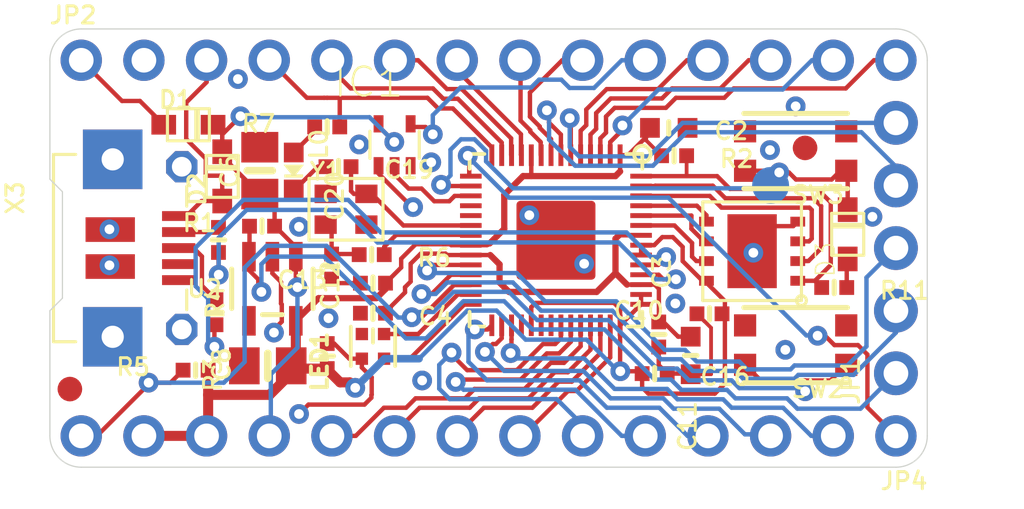
<source format=kicad_pcb>
(kicad_pcb (version 20211014) (generator pcbnew)
  (layers (0 "F.Cu" signal) (1 "In1.Cu" signal) (2 "In2.Cu" signal) (31 "B.Cu" signal) (34 "B.Paste" user) (35 "F.Paste" user) (36 "B.SilkS" user "B.Silkscreen") (37 "F.SilkS" user "F.Silkscreen") (38 "B.Mask" user) (39 "F.Mask" user) (44 "Edge.Cuts" user))
  (net 0 "")
  (net 1 "GND")
  (net 2 "MOSI")
  (net 3 "MISO")
  (net 4 "SCK")
  (net 5 "A3")
  (net 6 "A2")
  (net 7 "A1")
  (net 8 "D13")
  (net 9 "D4")
  (net 10 "+3V3")
  (net 11 "VBUS")
  (net 12 "VBAT")
  (net 13 "N$2")
  (net 14 "D3")
  (net 15 "A0")
  (net 16 "SCL")
  (net 17 "SDA")
  (net 18 "D11")
  (net 19 "D9")
  (net 20 "D5")
  (net 21 "D12")
  (net 22 "D+")
  (net 23 "D-")
  (net 24 "~{RESET}")
  (net 25 "SWCLK")
  (net 26 "SWDIO")
  (net 27 "EN")
  (net 28 "VHI")
  (net 29 "QSPI_DATA[0]")
  (net 30 "QSPI_DATA[1]")
  (net 31 "QSPI_SCK")
  (net 32 "QSPI_CS")
  (net 33 "QSPI_DATA[2]")
  (net 34 "QSPI_DATA[3]")
  (net 35 "D24")
  (net 36 "NEOPIX")
  (net 37 "NEO_PWR")
  (net 38 "1.2V")
  (net 39 "TX")
  (net 40 "RX")
  (net 41 "N$5")
  (net 42 "N$6")
  (net 43 "D25")
  (net 44 "N$7")
  (net 45 "USBBOOT")
  (net 46 "D2")
  (net 47 "D5_5V")
  (net 48 "N$1")
  (net 49 "N$3")
  (net 50 "D10")
  (net 51 "D7")
  (net 52 "N$4")
  (footprint "boardEagle:0805-NO" (layer "F.Cu") (at 139.2282 101.8617 90)
    (fp_text reference "C6")
    (fp_text value "10µF")
  )
  (footprint "boardEagle:SOD-323F" (layer "F.Cu") (at 137.7061 102.0953 90)
    (fp_text reference "D2")
    (fp_text value "NSR0320")
  )
  (footprint "boardEagle:SC70-5" (layer "F.Cu") (at 144.6911 100.8126)
    (fp_text reference "IC1")
    (fp_text value "74HCT1G125DBV")
  )
  (footprint "boardEagle:1X14_ROUND70" (layer "F.Cu") (at 148.5011 97.3836)
    (fp_text reference "JP2")
    (fp_text value "")
  )
  (footprint "boardEagle:1X14_ROUND70" (layer "F.Cu") (at 148.5011 112.6236 180)
    (fp_text reference "JP4")
    (fp_text value "")
  )
  (footprint "boardEagle:CHIPLED_0603_NOOUTLINE" (layer "F.Cu") (at 140.6036 101.876 180)
    (fp_text reference "L0")
    (fp_text value "RED")
  )
  (footprint "boardEagle:0805-NO" (layer "F.Cu") (at 139.5511 109.7811 180)
    (fp_text reference "C8")
    (fp_text value "10µF")
  )
  (footprint "boardEagle:_0402NO" (layer "F.Cu") (at 139.319 104.1146 180)
    (fp_text reference "R1")
    (fp_text value "10K")
  )
  (footprint "boardEagle:_0402NO" (layer "F.Cu") (at 157.4546 107.6706 180)
    (fp_text reference "C10")
    (fp_text value "0.1uF")
  )
  (footprint "boardEagle:_0402NO" (layer "F.Cu") (at 137.4521 107.6071 -90)
    (fp_text reference "R3")
    (fp_text value "22")
  )
  (footprint "boardEagle:_0603MP" (layer "F.Cu") (at 156.6926 109.3597 -90)
    (fp_text reference "C11")
    (fp_text value "1uF")
  )
  (footprint "boardEagle:_0603MP" (layer "F.Cu") (at 155.8036 100.1268)
    (fp_text reference "C2")
    (fp_text value "1uF")
  )
  (footprint "boardEagle:_0402NO" (layer "F.Cu") (at 143.764 105.2703)
    (fp_text reference "R6")
    (fp_text value "1K")
  )
  (footprint "boardEagle:ITSY2040_TOP" (layer "F.Cu") (at 130.7211 113.8936)
    (fp_text reference "U$4" hide)
    (fp_text value "" hide)
  )
  (footprint "boardEagle:_0402NO" (layer "F.Cu") (at 137.5537 104.6734 -90)
    (fp_text reference "R4")
    (fp_text value "22")
  )
  (footprint "boardEagle:BTN_KMR2_4.6X2.8" (layer "F.Cu") (at 160.9471 108.9406 180)
    (fp_text reference "SW2")
    (fp_text value "KMR2")
  )
  (footprint "boardEagle:QFN56_7MM_REDUCEDEPAD" (layer "F.Cu") (at 151.2316 104.6861 -90)
    (fp_text reference "IC3" hide)
    (fp_text value "RP2040_QFN56" hide)
  )
  (footprint "boardEagle:BTN_KMR2_4.6X2.8" (layer "F.Cu") (at 160.9471 101.0666 180)
    (fp_text reference "SW3")
    (fp_text value "KMR2")
  )
  (footprint "boardEagle:SOT23-5" (layer "F.Cu") (at 139.7381 106.6546 180)
    (fp_text reference "U2")
    (fp_text value "AP2112K-3.3")
  )
  (footprint "boardEagle:_0402NO" (layer "F.Cu") (at 155.3972 108.5088 90)
    (fp_text reference "C3")
    (fp_text value "0.1uF")
  )
  (footprint "boardEagle:1X05_ROUND_70" (layer "F.Cu") (at 165.0111 105.0036 90)
    (fp_text reference "JP1")
    (fp_text value "")
  )
  (footprint "boardEagle:_0402NO" (layer "F.Cu") (at 141.9606 100.0887 180)
    (fp_text reference "R7")
    (fp_text value "1K")
  )
  (footprint "boardEagle:_0402NO" (layer "F.Cu") (at 136.6266 109.9566 180)
    (fp_text reference "R5")
    (fp_text value "10K")
  )
  (footprint "boardEagle:_0402NO" (layer "F.Cu") (at 143.8148 106.426 180)
    (fp_text reference "C13")
    (fp_text value "0.1uF")
  )
  (footprint "boardEagle:SOD-323F" (layer "F.Cu") (at 136.3345 99.9998)
    (fp_text reference "D1")
    (fp_text value "NSR0320")
  )
  (footprint "boardEagle:SOD-323F" (layer "F.Cu") (at 163.0553 104.4448 90)
    (fp_text reference "D3")
    (fp_text value "NSR0320")
  )
  (footprint "boardEagle:_0402NO" (layer "F.Cu") (at 155.2321 110.0963)
    (fp_text reference "C16")
    (fp_text value "0.1uF")
  )
  (footprint "boardEagle:CRYSTAL_2.5X2" (layer "F.Cu") (at 142.7226 103.4288)
    (fp_text reference "Y1")
    (fp_text value "12MHZ")
  )
  (footprint "boardEagle:_0402NO" (layer "F.Cu") (at 142.1384 105.7529 90)
    (fp_text reference "C20")
    (fp_text value "22pF")
  )
  (footprint "boardEagle:FIDUCIAL_1MM" (layer "F.Cu") (at 161.3281 100.9396 -90)
    (fp_text reference "U$34" hide)
    (fp_text value "FIDUCIAL_1MM" hide)
  )
  (footprint "boardEagle:_0402NO" (layer "F.Cu") (at 156.0195 101.2571)
    (fp_text reference "R2")
    (fp_text value "10k")
  )
  (footprint "boardEagle:FIDUCIAL_1MM" (layer "F.Cu") (at 131.5303 110.7243 -90)
    (fp_text reference "U$35" hide)
    (fp_text value "FIDUCIAL_1MM" hide)
  )
  (footprint "boardEagle:_0402NO" (layer "F.Cu") (at 162.5092 106.6038)
    (fp_text reference "R11")
    (fp_text value "1K")
  )
  (footprint "boardEagle:USON8_4X4" (layer "F.Cu") (at 159.1818 105.1306 180)
    (fp_text reference "U1" hide)
    (fp_text value "GD25x16" hide)
  )
  (footprint "boardEagle:_0402NO" (layer "F.Cu") (at 143.8148 107.6452)
    (fp_text reference "C4")
    (fp_text value "0.1uF")
  )
  (footprint "boardEagle:SK6805_1515" (layer "F.Cu") (at 143.8148 108.9914 90)
    (fp_text reference "LED1")
    (fp_text value "WS2812B_SK6805_1515")
  )
  (footprint "boardEagle:4UCONN_20329_NARROW" (layer "F.Cu") (at 135.1661 105.0036 -90)
    (fp_text reference "X3")
    (fp_text value "microUSB")
  )
  (footprint "boardEagle:_0402NO" (layer "F.Cu") (at 142.4178 101.7016)
    (fp_text reference "C19")
    (fp_text value "22pF")
  )
  (footprint "boardEagle:_0402NO" (layer "F.Cu") (at 141.9606 109.3851 90)
    (fp_text reference "C12")
    (fp_text value "0.1uF")
  )
  (footprint "boardEagle:TESTPOINT_ROUND_1.5MM_NO" (layer "B.Cu") (at 159.9311 102.4636 180)
    (fp_text reference "TP1" hide)
    (fp_text value "" hide)
  )
  (footprint "boardEagle:ITSY2040_BOT" (layer "B.Cu") (at 166.2811 113.8936 180)
    (fp_text reference "U$5" hide)
    (fp_text value "" hide)
  )
  (gr_line (start 131.2291 102.7176) (end 131.2291 107.0356) (layer "Edge.Cuts") (width 0.05))
  (gr_line (start 166.2811 112.6236) (end 166.2811 97.3836) (layer "Edge.Cuts") (width 0.05))
  (gr_line (start 165.0111 96.1136) (end 131.9911 96.1136) (layer "Edge.Cuts") (width 0.05))
  (gr_line (start 130.7211 97.3836) (end 130.7211 102.2096) (layer "Edge.Cuts") (width 0.05))
  (gr_line (start 130.7211 107.5436) (end 130.7211 112.6236) (layer "Edge.Cuts") (width 0.05))
  (gr_arc (start 131.9911 113.8936) (mid 131.093074 113.521626) (end 130.7211 112.6236) (layer "Edge.Cuts") (width 0.05))
  (gr_arc (start 165.0111 96.1136) (mid 165.909126 96.485574) (end 166.2811 97.3836) (layer "Edge.Cuts") (width 0.05))
  (gr_line (start 131.9911 113.8936) (end 165.0111 113.8936) (layer "Edge.Cuts") (width 0.05))
  (gr_arc (start 130.7211 97.3836) (mid 131.093074 96.485574) (end 131.9911 96.1136) (layer "Edge.Cuts") (width 0.05))
  (gr_arc (start 166.2811 112.6236) (mid 165.909126 113.521626) (end 165.0111 113.8936) (layer "Edge.Cuts") (width 0.05))
  (gr_line (start 130.7211 102.2096) (end 131.2291 102.7176) (layer "Edge.Cuts") (width 0.05))
  (gr_line (start 131.2291 107.0356) (end 130.7211 107.5436) (layer "Edge.Cuts") (width 0.05))
  (segment (start 140.6552 102.626) (end 140.6036 102.626) (width 0.1778) (layer "F.Cu") (net 1))
  (segment (start 140.1191 107.2896) (end 140.1191 107.9881) (width 0.1778) (layer "F.Cu") (net 1))
  (segment (start 157.2451 107.9691) (end 157.248612 107.9691) (width 0.1524) (layer "F.Cu") (net 1))
  (segment (start 139.8016 108.3056) (end 139.8016 108.4326) (width 0.1778) (layer "F.Cu") (net 1))
  (segment (start 139.7381 106.029169) (end 140.08735 106.378419) (width 0.1778) (layer "F.Cu") (net 1))
  (segment (start 161.0318 103.9306) (end 160.8478 104.1146) (width 0.1778) (layer "F.Cu") (net 1))
  (segment (start 151.4221 104.6861) (end 152.3746 105.6386) (width 0.1778) (layer "F.Cu") (net 1))
  (segment (start 143.3648 109.4914) (end 142.8568 109.4914) (width 0.1778) (layer "F.Cu") (net 1))
  (segment (start 139.7381 105.3545) (end 139.7381 106.029169) (width 0.1778) (layer "F.Cu") (net 1))
  (segment (start 143.4719 111.3536) (end 141.1986 111.3536) (width 0.1778) (layer "F.Cu") (net 1))
  (segment (start 156.6926 110.1217) (end 156.6672 110.0963) (width 0.1778) (layer "F.Cu") (net 1))
  (segment (start 141.1986 111.3536) (end 140.8176 111.7346) (width 0.1778) (layer "F.Cu") (net 1))
  (segment (start 141.9098 101.7016) (end 141.5796 101.7016) (width 0.1778) (layer "F.Cu") (net 1))
  (segment (start 142.8568 109.4914) (end 142.2425 108.8771) (width 0.1778) (layer "F.Cu") (net 1))
  (segment (start 155.7401 110.0963) (end 155.3972 109.7534) (width 0.1778) (layer "F.Cu") (net 1))
  (segment (start 143.763406 110.248107) (end 143.763406 110.949732) (width 0.1778) (layer "F.Cu") (net 1))
  (segment (start 140.1191 107.9881) (end 139.8016 108.3056) (width 0.1778) (layer "F.Cu") (net 1))
  (segment (start 143.3068 106.426) (end 142.3035 106.426) (width 0.1778) (layer "F.Cu") (net 1))
  (segment (start 151.2316 104.6861) (end 151.1681 104.6861) (width 0.1778) (layer "F.Cu") (net 1))
  (segment (start 140.08735 106.378419) (end 140.08735 107.25785) (width 0.1778) (layer "F.Cu") (net 1))
  (segment (start 143.3648 109.4914) (end 143.3648 109.8495) (width 0.1778) (layer "F.Cu") (net 1))
  (segment (start 156.6672 110.0963) (end 155.7401 110.0963) (width 0.1778) (layer "F.Cu") (net 1))
  (segment (start 141.9606 108.8771) (end 142.2425 108.8771) (width 0.1778) (layer "F.Cu") (net 1))
  (segment (start 155.3972 109.7534) (end 155.3972 109.0168) (width 0.1778) (layer "F.Cu") (net 1))
  (segment (start 144.0411 101.6626) (end 144.0411 101.983782) (width 0.1778) (layer "F.Cu") (net 1))
  (segment (start 159.5501 104.1146) (end 159.1818 104.4829) (width 0.1778) (layer "F.Cu") (net 1))
  (segment (start 141.5796 101.7016) (end 140.6552 102.626) (width 0.1778) (layer "F.Cu") (net 1))
  (segment (start 159.1818 104.4829) (end 159.1818 105.1306) (width 0.1778) (layer "F.Cu") (net 1))
  (segment (start 143.763406 110.949732) (end 143.7513 110.961838) (width 0.1778) (layer "F.Cu") (net 1))
  (segment (start 144.0411 101.983782) (end 145.397218 103.3399) (width 0.1778) (layer "F.Cu") (net 1))
  (segment (start 157.5181 110.1217) (end 156.6926 110.1217) (width 0.1524) (layer "F.Cu") (net 1))
  (segment (start 143.3648 109.8495) (end 143.763406 110.248107) (width 0.1778) (layer "F.Cu") (net 1))
  (segment (start 140.08735 107.25785) (end 140.1191 107.2896) (width 0.1778) (layer "F.Cu") (net 1))
  (segment (start 157.5181 108.238588) (end 157.5181 110.1217) (width 0.1524) (layer "F.Cu") (net 1))
  (segment (start 151.1681 104.6861) (end 150.1521 103.6701) (width 0.1778) (layer "F.Cu") (net 1))
  (segment (start 143.7513 111.0742) (end 143.4719 111.3536) (width 0.1778) (layer "F.Cu") (net 1))
  (segment (start 143.7513 110.961838) (end 143.7513 111.0742) (width 0.1778) (layer "F.Cu") (net 1))
  (segment (start 145.397218 103.3399) (end 145.4404 103.3399) (width 0.1778) (layer "F.Cu") (net 1))
  (segment (start 156.9466 107.6706) (end 157.2451 107.9691) (width 0.1524) (layer "F.Cu") (net 1))
  (segment (start 151.2316 104.6861) (end 151.4221 104.6861) (width 0.1778) (layer "F.Cu") (net 1))
  (segment (start 160.8478 104.1146) (end 159.5501 104.1146) (width 0.1778) (layer "F.Cu") (net 1))
  (segment (start 157.248612 107.9691) (end 157.5181 108.238588) (width 0.1524) (layer "F.Cu") (net 1))
  (segment (start 142.1384 106.2609) (end 142.3035 106.426) (width 0.1778) (layer "F.Cu") (net 1))
  (via (at 140.8176 111.7346) (size 0.8001) (drill 0.3937) (layers "F.Cu" "B.Cu") (net 1))
  (via (at 156.0703 107.2515) (size 0.8001) (drill 0.3937) (layers "F.Cu" "B.Cu") (net 1))
  (via (at 160.9471 99.2505) (size 0.8001) (drill 0.3937) (layers "F.Cu" "B.Cu") (net 1))
  (via (at 133.1341 105.7021) (size 0.8001) (drill 0.3937) (layers "F.Cu" "B.Cu") (net 1))
  (via (at 140.8176 104.14) (size 0.8001) (drill 0.3937) (layers "F.Cu" "B.Cu") (net 1))
  (via (at 143.256 100.7999) (size 0.8001) (drill 0.3937) (layers "F.Cu" "B.Cu") (net 1))
  (via (at 159.9057 101.0285) (size 0.8001) (drill 0.3937) (layers "F.Cu" "B.Cu") (net 1))
  (via (at 145.4404 103.3399) (size 0.8001) (drill 0.3937) (layers "F.Cu" "B.Cu") (net 1))
  (via (at 159.2326 105.1941) (size 0.8001) (drill 0.3937) (layers "F.Cu" "B.Cu") (net 1))
  (via (at 145.8087 110.3757) (size 0.8001) (drill 0.3937) (layers "F.Cu" "B.Cu") (net 1))
  (via (at 150.1521 103.6701) (size 0.8001) (drill 0.3937) (layers "F.Cu" "B.Cu") (net 1))
  (via (at 142.0114 107.8484) (size 0.8001) (drill 0.3937) (layers "F.Cu" "B.Cu") (net 1))
  (via (at 139.8016 108.4326) (size 0.8001) (drill 0.3937) (layers "F.Cu" "B.Cu") (net 1))
  (via (at 133.1341 104.2416) (size 0.8001) (drill 0.3937) (layers "F.Cu" "B.Cu") (net 1))
  (via (at 164.0586 103.7336) (size 0.8001) (drill 0.3937) (layers "F.Cu" "B.Cu") (net 1))
  (via (at 138.3411 98.1456) (size 0.8001) (drill 0.3937) (layers "F.Cu" "B.Cu") (net 1))
  (via (at 146.177 101.5238) (size 0.8001) (drill 0.3937) (layers "F.Cu" "B.Cu") (net 1))
  (via (at 152.3746 105.6386) (size 0.8001) (drill 0.3937) (layers "F.Cu" "B.Cu") (net 1))
  (via (at 160.528 109.1311) (size 0.8001) (drill 0.3937) (layers "F.Cu" "B.Cu") (net 1))
  (segment (start 149.0316 108.1361) (end 149.0316 108.66345) (width 0.1778) (layer "F.Cu") (net 2))
  (segment (start 148.6706 108.89745) (end 148.3531 109.21495) (width 0.1778) (layer "F.Cu") (net 2))
  (segment (start 149.0316 108.66345) (end 148.7976 108.89745) (width 0.1778) (layer "F.Cu") (net 2))
  (segment (start 148.7976 108.89745) (end 148.6706 108.89745) (width 0.1778) (layer "F.Cu") (net 2))
  (via (at 148.3531 109.21495) (size 0.8001) (drill 0.3937) (layers "F.Cu" "B.Cu") (net 2))
  (segment (start 153.452237 111.0996) (end 155.580418 111.0996) (width 0.1778) (layer "B.Cu") (net 2))
  (segment (start 157.848768 111.5187) (end 158.890168 112.5601) (width 0.1778) (layer "B.Cu") (net 2))
  (segment (start 158.890168 112.5601) (end 159.9311 112.5601) (width 0.1778) (layer "B.Cu") (net 2))
  (segment (start 149.1361 109.98835) (end 152.340987 109.98835) (width 0.1778) (layer "B.Cu") (net 2))
  (segment (start 159.9311 112.5601) (end 159.9311 112.6236) (width 0.1778) (layer "B.Cu") (net 2))
  (segment (start 152.340987 109.98835) (end 153.452237 111.0996) (width 0.1778) (layer "B.Cu") (net 2))
  (segment (start 148.3531 109.21495) (end 148.362696 109.21495) (width 0.1778) (layer "B.Cu") (net 2))
  (segment (start 149.1361 109.98835) (end 148.362696 109.21495) (width 0.1778) (layer "B.Cu") (net 2))
  (segment (start 155.580418 111.0996) (end 155.999518 111.5187) (width 0.1778) (layer "B.Cu") (net 2))
  (segment (start 155.999518 111.5187) (end 157.848768 111.5187) (width 0.1778) (layer "B.Cu") (net 2))
  (segment (start 149.4316 108.1361) (end 149.4316 108.7076) (width 0.1778) (layer "F.Cu") (net 3))
  (segment (start 149.428265 108.710935) (end 149.428265 109.229504) (width 0.1778) (layer "F.Cu") (net 3))
  (segment (start 149.3945 109.263269) (end 149.428265 109.229504) (width 0.1778) (layer "F.Cu") (net 3))
  (segment (start 149.4316 108.7076) (end 149.428265 108.710935) (width 0.1778) (layer "F.Cu") (net 3))
  (via (at 149.3945 109.263269) (size 0.8001) (drill 0.3937) (layers "F.Cu" "B.Cu") (net 3))
  (segment (start 149.611581 109.48035) (end 149.3945 109.263269) (width 0.1778) (layer "B.Cu") (net 3))
  (segment (start 156.157337 111.1377) (end 158.006587 111.1377) (width 0.1778) (layer "B.Cu") (net 3))
  (segment (start 161.5821 112.6236) (end 160.4391 111.4806) (width 0.1778) (layer "B.Cu") (net 3))
  (segment (start 152.371806 109.48035) (end 149.611581 109.48035) (width 0.1778) (layer "B.Cu") (net 3))
  (segment (start 158.006587 111.1377) (end 158.349487 111.4806) (width 0.1778) (layer "B.Cu") (net 3))
  (segment (start 152.371806 109.48035) (end 153.610056 110.7186) (width 0.1778) (layer "B.Cu") (net 3))
  (segment (start 153.610056 110.7186) (end 155.738237 110.7186) (width 0.1778) (layer "B.Cu") (net 3))
  (segment (start 158.349487 111.4806) (end 160.4391 111.4806) (width 0.1778) (layer "B.Cu") (net 3))
  (segment (start 155.738237 110.7186) (end 156.157337 111.1377) (width 0.1778) (layer "B.Cu") (net 3))
  (segment (start 161.5821 112.6236) (end 162.4711 112.6236) (width 0.1778) (layer "B.Cu") (net 3))
  (segment (start 148.6316 108.1361) (end 148.4621 108.3056) (width 0.1778) (layer "F.Cu") (net 4))
  (segment (start 148.4621 108.3056) (end 147.94035 108.3056) (width 0.1778) (layer "F.Cu") (net 4))
  (via (at 147.94035 108.3056) (size 0.8001) (drill 0.3937) (layers "F.Cu" "B.Cu") (net 4))
  (segment (start 156.5656 112.6236) (end 155.4226 111.4806) (width 0.1778) (layer "B.Cu") (net 4))
  (segment (start 156.5656 112.6236) (end 157.3911 112.6236) (width 0.1778) (layer "B.Cu") (net 4))
  (segment (start 153.294418 111.4806) (end 155.4226 111.4806) (width 0.1778) (layer "B.Cu") (net 4))
  (segment (start 152.183168 110.36935) (end 153.294418 111.4806) (width 0.1778) (layer "B.Cu") (net 4))
  (segment (start 148.4376 110.36935) (end 152.183168 110.36935) (width 0.1778) (layer "B.Cu") (net 4))
  (segment (start 147.68635 109.6181) (end 147.68635 108.5596) (width 0.1778) (layer "B.Cu") (net 4))
  (segment (start 147.68635 109.6181) (end 148.4376 110.36935) (width 0.1778) (layer "B.Cu") (net 4))
  (segment (start 147.68635 108.5596) (end 147.94035 108.3056) (width 0.1778) (layer "B.Cu") (net 4))
  (segment (start 153.431596 109.438004) (end 152.0665 110.8031) (width 0.1778) (layer "F.Cu") (net 5))
  (segment (start 149.8981 112.6236) (end 149.7711 112.6236) (width 0.1778) (layer "F.Cu") (net 5))
  (segment (start 153.431596 108.136104) (end 153.431596 108.3056) (width 0.1778) (layer "F.Cu") (net 5))
  (segment (start 151.7186 110.8031) (end 149.8981 112.6236) (width 0.1778) (layer "F.Cu") (net 5))
  (segment (start 153.431596 108.3056) (end 153.431596 109.438004) (width 0.1778) (layer "F.Cu") (net 5))
  (segment (start 153.4316 108.1361) (end 153.431596 108.136104) (width 0.1778) (layer "F.Cu") (net 5))
  (segment (start 152.0665 110.8031) (end 151.7186 110.8031) (width 0.1778) (layer "F.Cu") (net 5))
  (segment (start 151.335737 110.4221) (end 151.874137 110.4221) (width 0.1778) (layer "F.Cu") (net 6))
  (segment (start 147.3581 112.4331) (end 147.3581 112.4966) (width 0.1778) (layer "F.Cu") (net 6))
  (segment (start 148.3106 111.4806) (end 150.277237 111.4806) (width 0.1778) (layer "F.Cu") (net 6))
  (segment (start 153.0316 109.264638) (end 153.0316 108.1361) (width 0.1778) (layer "F.Cu") (net 6))
  (segment (start 150.277237 111.4806) (end 151.335737 110.4221) (width 0.1778) (layer "F.Cu") (net 6))
  (segment (start 147.2311 112.6236) (end 147.3581 112.4966) (width 0.1778) (layer "F.Cu") (net 6))
  (segment (start 151.874137 110.4221) (end 153.0316 109.264638) (width 0.1778) (layer "F.Cu") (net 6))
  (segment (start 148.3106 111.4806) (end 147.3581 112.4331) (width 0.1778) (layer "F.Cu") (net 6))
  (segment (start 151.177918 110.0411) (end 151.716318 110.0411) (width 0.1778) (layer "F.Cu") (net 7))
  (segment (start 152.6316 109.125819) (end 151.716318 110.0411) (width 0.1778) (layer "F.Cu") (net 7))
  (segment (start 144.6911 112.6236) (end 144.8181 112.4966) (width 0.1778) (layer "F.Cu") (net 7))
  (segment (start 145.7071 111.4806) (end 144.8181 112.3696) (width 0.1778) (layer "F.Cu") (net 7))
  (segment (start 147.7391 111.4806) (end 145.7071 111.4806) (width 0.1778) (layer "F.Cu") (net 7))
  (segment (start 148.1201 111.0996) (end 150.119418 111.0996) (width 0.1778) (layer "F.Cu") (net 7))
  (segment (start 148.1201 111.0996) (end 147.7391 111.4806) (width 0.1778) (layer "F.Cu") (net 7))
  (segment (start 150.119418 111.0996) (end 151.177918 110.0411) (width 0.1778) (layer "F.Cu") (net 7))
  (segment (start 152.6316 108.1361) (end 152.6316 109.125819) (width 0.1778) (layer "F.Cu") (net 7))
  (segment (start 144.8181 112.3696) (end 144.8181 112.4966) (width 0.1778) (layer "F.Cu") (net 7))
  (segment (start 141.8336 98.9076) (end 141.9606 98.9076) (width 0.1778) (layer "F.Cu") (net 8))
  (segment (start 148.6316 100.9186) (end 147.0524 99.3394) (width 0.1778) (layer "F.Cu") (net 8))
  (segment (start 146.4564 99.3394) (end 146.0246 98.9076) (width 0.1778) (layer "F.Cu") (net 8))
  (segment (start 142.4686 100.0887) (end 142.4686 98.9076) (width 0.1778) (layer "F.Cu") (net 8))
  (segment (start 139.6111 97.3836) (end 141.1351 98.9076) (width 0.1778) (layer "F.Cu") (net 8))
  (segment (start 141.1351 98.9076) (end 141.8336 98.9076) (width 0.1778) (layer "F.Cu") (net 8))
  (segment (start 148.6316 100.9186) (end 148.6316 101.2361) (width 0.1778) (layer "F.Cu") (net 8))
  (segment (start 146.0246 98.9076) (end 142.4686 98.9076) (width 0.1778) (layer "F.Cu") (net 8))
  (segment (start 147.0524 99.3394) (end 146.4564 99.3394) (width 0.1778) (layer "F.Cu") (net 8))
  (segment (start 141.9606 98.9076) (end 142.4686 98.9076) (width 0.1778) (layer "F.Cu") (net 8))
  (segment (start 151.8316 101.2361) (end 151.8316 99.7743) (width 0.1778) (layer "F.Cu") (net 9))
  (segment (start 151.8316 99.7743) (end 151.7904 99.7331) (width 0.1778) (layer "F.Cu") (net 9))
  (via (at 151.7904 99.7331) (size 0.8001) (drill 0.3937) (layers "F.Cu" "B.Cu") (net 9))
  (segment (start 152.1714 101.282838) (end 155.0035 101.282838) (width 0.1778) (layer "B.Cu") (net 9))
  (segment (start 152.1714 101.282838) (end 151.7904 100.901838) (width 0.1778) (layer "B.Cu") (net 9))
  (segment (start 151.7904 99.7331) (end 151.7904 100.901838) (width 0.1778) (layer "B.Cu") (net 9))
  (segment (start 156.362737 99.9236) (end 155.0035 101.282838) (width 0.1778) (layer "B.Cu") (net 9))
  (segment (start 165.0111 99.9236) (end 156.362737 99.9236) (width 0.1778) (layer "B.Cu") (net 9))
  (segment (start 145.544368 104.8481) (end 144.9578 105.434669) (width 0.1778) (layer "F.Cu") (net 10))
  (segment (start 154.7241 110.0963) (end 154.7241 110.6551) (width 0.1778) (layer "F.Cu") (net 10))
  (segment (start 144.3228 106.6673) (end 143.9545 107.0356) (width 0.254) (layer "F.Cu") (net 10))
  (segment (start 140.5011 109.7811) (end 140.5011 110.0826) (width 0.254) (layer "F.Cu") (net 10))
  (segment (start 140.5011 109.7811) (end 140.5011 109.7026) (width 0.1778) (layer "F.Cu") (net 10))
  (segment (start 157.6705 110.9091) (end 158.0788 110.5008) (width 0.1778) (layer "F.Cu") (net 10))
  (segment (start 157.3318 106.3306) (end 157.1667 106.3306) (width 0.1778) (layer "F.Cu") (net 10))
  (segment (start 153.8316 108.1361) (end 153.8316 109.992213) (width 0.1778) (layer "F.Cu") (net 10))
  (segment (start 155.5115 101.2571) (end 154.8765 100.6221) (width 0.1524) (layer "F.Cu") (net 10))
  (segment (start 154.6816 104.8861) (end 155.215 104.8861) (width 0.1778) (layer "F.Cu") (net 10))
  (segment (start 139.6238 110.9599) (end 137.1346 110.9599) (width 0.4064) (layer "F.Cu") (net 10))
  (segment (start 140.5011 109.7811) (end 140.6201 109.9001) (width 0.254) (layer "F.Cu") (net 10))
  (segment (start 153.8316 101.2361) (end 153.8316 101.8956) (width 0.1778) (layer "F.Cu") (net 10))
  (segment (start 148.5118 104.8163) (end 148.543868 104.8163) (width 0.1778) (layer "F.Cu") (net 10))
  (segment (start 155.0416 100.1268) (end 155.0416 100.3436) (width 0.1778) (layer "F.Cu") (net 10))
  (segment (start 158.0788 107.6452) (end 158.0788 110.5008) (width 0.1778) (layer "F.Cu") (net 10))
  (segment (start 155.970231 104.5591) (end 155.542 104.5591) (width 0.1778) (layer "F.Cu") (net 10))
  (segment (start 153.8316 109.992213) (end 153.840437 110.00105) (width 0.1778) (layer "F.Cu") (net 10))
  (segment (start 137.1346 110.9599) (end 137.1346 112.5601) (width 0.4064) (layer "F.Cu") (net 10))
  (segment (start 154.6816 106.8861) (end 154.6816 107.2861) (width 0.1778) (layer "F.Cu") (net 10))
  (segment (start 150.2316 107.4006) (end 150.4061 107.2261) (width 0.1778) (layer "F.Cu") (net 10))
  (segment (start 149.1361 104.224069) (end 149.1361 102.8446) (width 0.254) (layer "F.Cu") (net 10))
  (segment (start 154.8765 100.2919) (end 155.0416 100.1268) (width 0.1778) (layer "F.Cu") (net 10))
  (segment (start 137.1346 109.9566) (end 137.1346 110.9599) (width 0.4064) (layer "F.Cu") (net 10))
  (segment (start 147.7816 104.8861) (end 148.442 104.8861) (width 0.1778) (layer "F.Cu") (net 10))
  (segment (start 154.8765 100.6221) (end 154.8765 100.2919) (width 0.1778) (layer "F.Cu") (net 10))
  (segment (start 156.3666 104.955469) (end 155.970231 104.5591) (width 0.1778) (layer "F.Cu") (net 10))
  (segment (start 144.9578 105.434669) (end 144.9578 105.791) (width 0.1778) (layer "F.Cu") (net 10))
  (segment (start 146.9866 104.8861) (end 146.9486 104.8481) (width 0.1778) (layer "F.Cu") (net 10))
  (segment (start 154.7241 110.6551) (end 154.9781 110.9091) (width 0.1778) (layer "F.Cu") (net 10))
  (segment (start 149.8981 102.0826) (end 150.2283 102.0826) (width 0.254) (layer "F.Cu") (net 10))
  (segment (start 150.4061 107.2261) (end 153.5811 107.2261) (width 0.1778) (layer "F.Cu") (net 10))
  (segment (start 156.3666 104.955469) (end 156.3666 105.5305) (width 0.1778) (layer "F.Cu") (net 10))
  (segment (start 157.9626 107.6706) (end 157.988 107.6452) (width 0.1524) (layer "F.Cu") (net 10))
  (segment (start 140.6906 109.7026) (end 140.5011 109.7026) (width 0.1778) (layer "F.Cu") (net 10))
  (segment (start 137.0711 112.6236) (end 134.5311 112.6236) (width 0.4064) (layer "F.Cu") (net 10))
  (segment (start 153.8316 101.2361) (end 154.1491 101.2361) (width 0.1778) (layer "F.Cu") (net 10))
  (segment (start 157.3318 106.3306) (end 157.3318 106.4068) (width 0.1778) (layer "F.Cu") (net 10))
  (segment (start 154.7241 110.0963) (end 154.62885 110.00105) (width 0.1778) (layer "F.Cu") (net 10))
  (segment (start 140.6271 109.8931) (end 140.6201 109.9001) (width 0.1778) (layer "F.Cu") (net 10))
  (segment (start 158.0788 107.1538) (end 158.0788 107.6452) (width 0.1778) (layer "F.Cu") (net 10))
  (segment (start 140.5011 110.0826) (end 139.6238 110.9599) (width 0.4064) (layer "F.Cu") (net 10))
  (segment (start 157.1667 106.3306) (end 156.3666 105.5305) (width 0.1778) (layer "F.Cu") (net 10))
  (segment (start 148.543868 104.8163) (end 149.1361 104.224069) (width 0.254) (layer "F.Cu") (net 10))
  (segment (start 148.5118 104.8163) (end 148.442 104.8861) (width 0.1778) (layer "F.Cu") (net 10))
  (segment (start 154.1491 101.2361) (end 155.0416 100.3436) (width 0.1778) (layer "F.Cu") (net 10))
  (segment (start 153.8316 107.4766) (end 153.8316 108.1361) (width 0.1778) (layer "F.Cu") (net 10))
  (segment (start 150.2316 101.2361) (end 150.2316 102.0793) (width 0.1778) (layer "F.Cu") (net 10))
  (segment (start 142.874996 110.451897) (end 142.481303 110.451897) (width 0.4064) (layer "F.Cu") (net 10))
  (segment (start 143.096653 110.673554) (end 142.874996 110.451897) (width 0.4064) (layer "F.Cu") (net 10))
  (segment (start 141.6072 107.0356) (end 140.6881 107.9547) (width 0.254) (layer "F.Cu") (net 10))
  (segment (start 158.0788 107.1538) (end 157.3318 106.4068) (width 0.1778) (layer "F.Cu") (net 10))
  (segment (start 146.9486 104.8481) (end 145.544368 104.8481) (width 0.1778) (layer "F.Cu") (net 10))
  (segment (start 150.2316 102.0793) (end 150.2283 102.0826) (width 0.1778) (layer "F.Cu") (net 10))
  (segment (start 140.6881 107.9547) (end 140.6881 109.7001) (width 0.4064) (layer "F.Cu") (net 10))
  (segment (start 157.988 107.6452) (end 158.0788 107.6452) (width 0.1524) (layer "F.Cu") (net 10))
  (segment (start 154.9781 110.9091) (end 157.6705 110.9091) (width 0.1778) (layer "F.Cu") (net 10))
  (segment (start 154.62885 110.00105) (end 153.840437 110.00105) (width 0.1778) (layer "F.Cu") (net 10))
  (segment (start 154.6816 104.8861) (end 154.6816 105.2861) (width 0.1778) (layer "F.Cu") (net 10))
  (segment (start 150.2316 108.1361) (end 150.2316 107.4006) (width 0.1778) (layer "F.Cu") (net 10))
  (segment (start 140.6881 109.7001) (end 140.6906 109.7026) (width 0.1778) (layer "F.Cu") (net 10))
  (segment (start 144.3228 106.426) (end 144.3228 106.6673) (width 0.254) (layer "F.Cu") (net 10))
  (segment (start 153.8316 101.8956) (end 153.6446 102.0826) (width 0.254) (layer "F.Cu") (net 10))
  (segment (start 141.9606 109.8931) (end 140.6271 109.8931) (width 0.4064) (layer "F.Cu") (net 10))
  (segment (start 141.9606 109.8931) (end 141.9606 109.931194) (width 0.254) (layer "F.Cu") (net 10))
  (segment (start 153.8316 108.1361) (end 154.6816 107.2861) (width 0.1778) (layer "F.Cu") (net 10))
  (segment (start 155.542 104.5591) (end 155.215 104.8861) (width 0.1778) (layer "F.Cu") (net 10))
  (segment (start 153.5811 107.2261) (end 153.8316 107.4766) (width 0.1778) (layer "F.Cu") (net 10))
  (segment (start 143.9545 107.0356) (end 141.6072 107.0356) (width 0.254) (layer "F.Cu") (net 10))
  (segment (start 142.481303 110.451897) (end 141.9606 109.931194) (width 0.4064) (layer "F.Cu") (net 10))
  (segment (start 147.7816 104.8861) (end 146.9866 104.8861) (width 0.1778) (layer "F.Cu") (net 10))
  (segment (start 150.2283 102.0826) (end 153.6446 102.0826) (width 0.254) (layer "F.Cu") (net 10))
  (segment (start 144.9578 105.791) (end 144.3228 106.426) (width 0.1778) (layer "F.Cu") (net 10))
  (segment (start 137.1346 112.5601) (end 137.0711 112.6236) (width 0.254) (layer "F.Cu") (net 10))
  (segment (start 149.1361 102.8446) (end 149.8981 102.0826) (width 0.254) (layer "F.Cu") (net 10))
  (via (at 143.096653 110.673554) (size 0.8001) (drill 0.3937) (layers "F.Cu" "B.Cu") (net 10))
  (via (at 153.840437 110.00105) (size 0.8001) (drill 0.3937) (layers "F.Cu" "B.Cu") (net 10))
  (segment (start 150.002918 108.71835) (end 148.824918 107.54035) (width 0.1778) (layer "B.Cu") (net 10))
  (segment (start 152.468837 108.71835) (end 150.002918 108.71835) (width 0.1778) (layer "B.Cu") (net 10))
  (segment (start 153.751537 110.00105) (end 152.468837 108.71835) (width 0.1778) (layer "B.Cu") (net 10))
  (segment (start 148.824918 107.54035) (end 147.636518 107.54035) (width 0.1778) (layer "B.Cu") (net 10))
  (segment (start 153.840437 110.00105) (end 153.751537 110.00105) (width 0.1778) (layer "B.Cu") (net 10))
  (segment (start 144.277753 109.492454) (end 143.096653 110.673554) (width 0.3048) (layer "B.Cu") (net 10))
  (segment (start 145.684415 109.492454) (end 144.277753 109.492454) (width 0.3048) (layer "B.Cu") (net 10))
  (segment (start 147.636518 107.54035) (end 145.684415 109.492454) (width 0.1778) (layer "B.Cu") (net 10))
  (segment (start 136.2456 100.581032) (end 137.0394 101.374832) (width 0.1778) (layer "F.Cu") (net 11))
  (segment (start 137.0394 101.374832) (end 137.0394 102.0666) (width 0.1778) (layer "F.Cu") (net 11))
  (segment (start 137.7061 102.0666) (end 137.0394 102.0666) (width 0.1778) (layer "F.Cu") (net 11))
  (segment (start 136.2456 99.0981) (end 136.2456 100.581032) (width 0.1778) (layer "F.Cu") (net 11))
  (segment (start 137.0711 98.2726) (end 136.2456 99.0981) (width 0.1778) (layer "F.Cu") (net 11))
  (segment (start 136.2596 103.7036) (end 135.9411 103.7036) (width 0.1778) (layer "F.Cu") (net 11))
  (segment (start 137.0711 97.3836) (end 137.0711 98.2726) (width 0.1778) (layer "F.Cu") (net 11))
  (segment (start 136.8679 103.0953) (end 136.2596 103.7036) (width 0.1778) (layer "F.Cu") (net 11))
  (segment (start 137.7061 103.0953) (end 137.7061 102.0666) (width 0.1778) (layer "F.Cu") (net 11))
  (segment (start 137.7061 103.0953) (end 136.8679 103.0953) (width 0.1778) (layer "F.Cu") (net 11))
  (segment (start 134.3693 99.0346) (end 135.3345 99.9998) (width 0.1778) (layer "F.Cu") (net 12))
  (segment (start 133.6421 99.0346) (end 134.3693 99.0346) (width 0.1778) (layer "F.Cu") (net 12))
  (segment (start 131.9911 97.3836) (end 133.6421 99.0346) (width 0.1778) (layer "F.Cu") (net 12))
  (segment (start 141.4526 100.0887) (end 141.4526 100.277) (width 0.1778) (layer "F.Cu") (net 13))
  (segment (start 141.4526 100.277) (end 140.6036 101.126) (width 0.1778) (layer "F.Cu") (net 13))
  (segment (start 150.949 99.501638) (end 150.8633 99.415938) (width 0.1778) (layer "F.Cu") (net 14))
  (segment (start 151.4316 101.2361) (end 151.4316 100.3979) (width 0.1778) (layer "F.Cu") (net 14))
  (segment (start 150.949 99.501638) (end 150.949 99.9153) (width 0.1778) (layer "F.Cu") (net 14))
  (segment (start 151.4316 100.3979) (end 150.949 99.9153) (width 0.1778) (layer "F.Cu") (net 14))
  (via (at 150.8633 99.415938) (size 0.8001) (drill 0.3937) (layers "F.Cu" "B.Cu") (net 14))
  (segment (start 150.8633 99.415938) (end 150.9522 99.504838) (width 0.1778) (layer "B.Cu") (net 14))
  (segment (start 152.013581 101.663838) (end 155.161318 101.663838) (width 0.1778) (layer "B.Cu") (net 14))
  (segment (start 155.161318 101.663838) (end 156.520556 100.3046) (width 0.1778) (layer "B.Cu") (net 14))
  (segment (start 156.520556 100.3046) (end 163.6141 100.3046) (width 0.1778) (layer "B.Cu") (net 14))
  (segment (start 165.0111 102.4636) (end 165.0111 101.7016) (width 0.1778) (layer "B.Cu") (net 14))
  (segment (start 150.9522 100.602457) (end 152.013581 101.663838) (width 0.1778) (layer "B.Cu") (net 14))
  (segment (start 163.6141 100.3046) (end 165.0111 101.7016) (width 0.1778) (layer "B.Cu") (net 14))
  (segment (start 150.9522 99.504838) (end 150.9522 100.602457) (width 0.1778) (layer "B.Cu") (net 14))
  (segment (start 147.5486 111.0996) (end 145.542 111.0996) (width 0.1778) (layer "F.Cu") (net 15))
  (segment (start 145.542 111.0996) (end 145.161 111.4806) (width 0.1778) (layer "F.Cu") (net 15))
  (segment (start 151.5585 109.6601) (end 151.0201 109.6601) (width 0.1778) (layer "F.Cu") (net 15))
  (segment (start 147.9296 110.7186) (end 147.5486 111.0996) (width 0.1778) (layer "F.Cu") (net 15))
  (segment (start 142.1511 112.6236) (end 143.1163 112.6236) (width 0.1778) (layer "F.Cu") (net 15))
  (segment (start 147.9296 110.7186) (end 149.9616 110.7186) (width 0.1778) (layer "F.Cu") (net 15))
  (segment (start 145.161 111.4806) (end 144.2593 111.4806) (width 0.1778) (layer "F.Cu") (net 15))
  (segment (start 152.2316 108.987) (end 151.5585 109.6601) (width 0.1778) (layer "F.Cu") (net 15))
  (segment (start 152.2316 108.1361) (end 152.2316 108.987) (width 0.1778) (layer "F.Cu") (net 15))
  (segment (start 151.0201 109.6601) (end 149.9616 110.7186) (width 0.1778) (layer "F.Cu") (net 15))
  (segment (start 144.2593 111.4806) (end 143.1163 112.6236) (width 0.1778) (layer "F.Cu") (net 15))
  (segment (start 152.4602 99.3808) (end 153.289 98.552) (width 0.1778) (layer "F.Cu") (net 16))
  (segment (start 155.372268 98.552) (end 156.540668 97.3836) (width 0.1778) (layer "F.Cu") (net 16))
  (segment (start 156.540668 97.3836) (end 157.3911 97.3836) (width 0.1778) (layer "F.Cu") (net 16))
  (segment (start 152.4602 99.3808) (end 152.4602 100.0169) (width 0.1778) (layer "F.Cu") (net 16))
  (segment (start 152.4602 100.0169) (end 152.2316 100.2455) (width 0.1778) (layer "F.Cu") (net 16))
  (segment (start 153.289 98.552) (end 155.372268 98.552) (width 0.1778) (layer "F.Cu") (net 16))
  (segment (start 152.2316 101.2361) (end 152.2316 100.2455) (width 0.1778) (layer "F.Cu") (net 16))
  (segment (start 152.8602 100.1693) (end 152.6316 100.3979) (width 0.1778) (layer "F.Cu") (net 17))
  (segment (start 153.4541 98.933) (end 155.530087 98.933) (width 0.1778) (layer "F.Cu") (net 17))
  (segment (start 155.530087 98.933) (end 155.936487 98.5266) (width 0.1778) (layer "F.Cu") (net 17))
  (segment (start 152.8602 99.5269) (end 152.8602 100.1693) (width 0.1778) (layer "F.Cu") (net 17))
  (segment (start 152.6316 101.2361) (end 152.6316 100.3979) (width 0.1778) (layer "F.Cu") (net 17))
  (segment (start 157.8991 98.5266) (end 159.0421 97.3836) (width 0.1778) (layer "F.Cu") (net 17))
  (segment (start 155.936487 98.5266) (end 157.8991 98.5266) (width 0.1778) (layer "F.Cu") (net 17))
  (segment (start 159.0421 97.3836) (end 159.9311 97.3836) (width 0.1778) (layer "F.Cu") (net 17))
  (segment (start 152.8602 99.5269) (end 153.4541 98.933) (width 0.1778) (layer "F.Cu") (net 17))
  (segment (start 146.812 98.552) (end 147.41555 98.552) (width 0.1778) (layer "F.Cu") (net 18))
  (segment (start 149.4316 101.2361) (end 149.414462 101.218963) (width 0.1778) (layer "F.Cu") (net 18))
  (segment (start 146.812 98.552) (end 145.6436 97.3836) (width 0.1778) (layer "F.Cu") (net 18))
  (segment (start 145.6436 97.3836) (end 144.6911 97.3836) (width 0.1778) (layer "F.Cu") (net 18))
  (segment (start 149.414462 101.218963) (end 149.414462 100.550913) (width 0.1778) (layer "F.Cu") (net 18))
  (segment (start 149.414462 100.550913) (end 147.41555 98.552) (width 0.1778) (layer "F.Cu") (net 18))
  (segment (start 150.5983 100.688132) (end 150.5983 100.6967) (width 0.1778) (layer "F.Cu") (net 19))
  (segment (start 150.1936 100.228875) (end 150.1936 100.283432) (width 0.1778) (layer "F.Cu") (net 19))
  (segment (start 149.7711 97.3836) (end 149.7965 97.409) (width 0.1778) (layer "F.Cu") (net 19))
  (segment (start 150.1936 100.283432) (end 150.5983 100.688132) (width 0.1778) (layer "F.Cu") (net 19))
  (segment (start 150.6126 101.2171) (end 150.6126 100.711) (width 0.1778) (layer "F.Cu") (net 19))
  (segment (start 149.7965 97.409) (end 149.7965 99.831775) (width 0.1778) (layer "F.Cu") (net 19))
  (segment (start 150.6316 101.2361) (end 150.6126 101.2171) (width 0.1778) (layer "F.Cu") (net 19))
  (segment (start 150.1936 100.228875) (end 149.7965 99.831775) (width 0.1778) (layer "F.Cu") (net 19))
  (segment (start 150.5983 100.6967) (end 150.6126 100.711) (width 0.1778) (layer "F.Cu") (net 19))
  (segment (start 146.908212 103.103988) (end 147.1261 102.8861) (width 0.1778) (layer "F.Cu") (net 20))
  (segment (start 145.2626 102.5906) (end 145.786181 102.5906) (width 0.1778) (layer "F.Cu") (net 20))
  (segment (start 145.786181 102.5906) (end 146.299568 103.103988) (width 0.1778) (layer "F.Cu") (net 20))
  (segment (start 144.6911 102.0191) (end 144.6911 101.6626) (width 0.1778) (layer "F.Cu") (net 20))
  (segment (start 145.2626 102.5906) (end 144.6911 102.0191) (width 0.1778) (layer "F.Cu") (net 20))
  (segment (start 146.299568 103.103988) (end 146.908212 103.103988) (width 0.1778) (layer "F.Cu") (net 20))
  (segment (start 147.1261 102.8861) (end 147.7816 102.8861) (width 0.1778) (layer "F.Cu") (net 20))
  (segment (start 142.1511 97.7646) (end 142.9131 98.5266) (width 0.1778) (layer "F.Cu") (net 21))
  (segment (start 148.9983 100.688132) (end 147.255868 98.9457) (width 0.1778) (layer "F.Cu") (net 21))
  (segment (start 142.1511 97.3836) (end 142.1511 97.7646) (width 0.1778) (layer "F.Cu") (net 21))
  (segment (start 148.9983 100.6903) (end 149.0316 100.7236) (width 0.1778) (layer "F.Cu") (net 21))
  (segment (start 146.245918 98.5266) (end 146.665018 98.9457) (width 0.1778) (layer "F.Cu") (net 21))
  (segment (start 142.9131 98.5266) (end 146.245918 98.5266) (width 0.1778) (layer "F.Cu") (net 21))
  (segment (start 148.9983 100.6903) (end 148.9983 100.688132) (width 0.1778) (layer "F.Cu") (net 21))
  (segment (start 149.0316 100.7236) (end 149.0316 101.2361) (width 0.1778) (layer "F.Cu") (net 21))
  (segment (start 147.255868 98.9457) (end 146.665018 98.9457) (width 0.1778) (layer "F.Cu") (net 21))
  (segment (start 137.3886 108.1786) (end 137.3886 109.00575) (width 0.1778) (layer "F.Cu") (net 22))
  (segment (start 155.69715 105.36865) (end 155.3797 105.6861) (width 0.1778) (layer "F.Cu") (net 22))
  (segment (start 155.3797 105.6861) (end 154.6816 105.6861) (width 0.1778) (layer "F.Cu") (net 22))
  (segment (start 137.4521 108.1151) (end 137.3886 108.1786) (width 0.1778) (layer "F.Cu") (net 22))
  (via (at 155.69715 105.36865) (size 0.8001) (drill 0.3937) (layers "F.Cu" "B.Cu") (net 22))
  (via (at 137.3886 109.00575) (size 0.8001) (drill 0.3937) (layers "F.Cu" "B.Cu") (net 22))
  (segment (start 154.089787 104.3686) (end 155.089837 105.36865) (width 0.1778) (layer "B.Cu") (net 22))
  (segment (start 144.1323 104.3686) (end 154.089787 104.3686) (width 0.1778) (layer "B.Cu") (net 22))
  (segment (start 155.69715 105.36865) (end 155.089837 105.36865) (width 0.1778) (layer "B.Cu") (net 22))
  (segment (start 136.6288 106.549782) (end 137.1346 107.055582) (width 0.1778) (layer "B.Cu") (net 22))
  (segment (start 137.1346 107.055582) (end 137.1346 108.75175) (width 0.1778) (layer "B.Cu") (net 22))
  (segment (start 142.8115 103.0478) (end 138.562418 103.0478) (width 0.1778) (layer "B.Cu") (net 22))
  (segment (start 138.562418 103.0478) (end 136.6288 104.981419) (width 0.1778) (layer "B.Cu") (net 22))
  (segment (start 137.3886 109.00575) (end 137.1346 108.75175) (width 0.1778) (layer "B.Cu") (net 22))
  (segment (start 136.6288 104.981419) (end 136.6288 106.549782) (width 0.1778) (layer "B.Cu") (net 22))
  (segment (start 142.8115 103.0478) (end 144.1323 104.3686) (width 0.1778) (layer "B.Cu") (net 22))
  (segment (start 156.0957 106.27035) (end 155.579718 106.27035) (width 0.1778) (layer "F.Cu") (net 23))
  (segment (start 155.579718 106.27035) (end 155.395468 106.0861) (width 0.1778) (layer "F.Cu") (net 23))
  (segment (start 137.5537 105.1814) (end 137.5537 106.07455) (width 0.1778) (layer "F.Cu") (net 23))
  (segment (start 137.56225 106.0831) (end 137.5537 106.07455) (width 0.1778) (layer "F.Cu") (net 23))
  (segment (start 154.6816 106.0861) (end 155.395468 106.0861) (width 0.1778) (layer "F.Cu") (net 23))
  (via (at 137.56225 106.0831) (size 0.8001) (drill 0.3937) (layers "F.Cu" "B.Cu") (net 23))
  (via (at 156.0957 106.27035) (size 0.8001) (drill 0.3937) (layers "F.Cu" "B.Cu") (net 23))
  (segment (start 138.694837 103.4542) (end 142.679081 103.4542) (width 0.1778) (layer "B.Cu") (net 23))
  (segment (start 143.999881 104.775) (end 153.766868 104.775) (width 0.1778) (layer "B.Cu") (net 23))
  (segment (start 137.56225 106.0831) (end 137.56225 104.586788) (width 0.1778) (layer "B.Cu") (net 23))
  (segment (start 142.679081 103.4542) (end 143.999881 104.775) (width 0.1778) (layer "B.Cu") (net 23))
  (segment (start 137.56225 104.586788) (end 138.694837 103.4542) (width 0.1778) (layer "B.Cu") (net 23))
  (segment (start 155.262218 106.27035) (end 156.0957 106.27035) (width 0.1778) (layer "B.Cu") (net 23))
  (segment (start 153.766868 104.775) (end 155.262218 106.27035) (width 0.1778) (layer "B.Cu") (net 23))
  (segment (start 136.1186 109.9566) (end 135.6106 110.4646) (width 0.1778) (layer "F.Cu") (net 24))
  (segment (start 158.8971 109.7406) (end 159.5321 110.3756) (width 0.1778) (layer "F.Cu") (net 24))
  (segment (start 134.7216 110.5281) (end 132.6261 112.6236) (width 0.1778) (layer "F.Cu") (net 24))
  (segment (start 161.3281 110.3756) (end 159.5321 110.3756) (width 0.1778) (layer "F.Cu") (net 24))
  (segment (start 162.3621 110.3756) (end 161.3281 110.3756) (width 0.1778) (layer "F.Cu") (net 24))
  (segment (start 161.332571 110.81385) (end 161.3281 110.809379) (width 0.1778) (layer "F.Cu") (net 24))
  (segment (start 147.7626 106.5051) (end 147.095781 106.5051) (width 0.1778) (layer "F.Cu") (net 24))
  (segment (start 162.3621 110.3756) (end 162.9971 109.7406) (width 0.1778) (layer "F.Cu") (net 24))
  (segment (start 147.095781 106.5051) (end 145.790562 107.810319) (width 0.1778) (layer "F.Cu") (net 24))
  (segment (start 135.6106 110.4646) (end 134.7216 110.4646) (width 0.1778) (layer "F.Cu") (net 24))
  (segment (start 132.6261 112.6236) (end 131.9911 112.6236) (width 0.1778) (layer "F.Cu") (net 24))
  (segment (start 145.790562 107.810319) (end 145.38645 107.810319) (width 0.1778) (layer "F.Cu") (net 24))
  (segment (start 147.7816 106.4861) (end 147.7626 106.5051) (width 0.1778) (layer "F.Cu") (net 24))
  (segment (start 134.7216 110.4646) (end 134.7216 110.5281) (width 0.1778) (layer "F.Cu") (net 24))
  (segment (start 161.3281 110.809379) (end 161.3281 110.3756) (width 0.1778) (layer "F.Cu") (net 24))
  (via (at 145.38645 107.810319) (size 0.8001) (drill 0.3937) (layers "F.Cu" "B.Cu") (net 24))
  (via (at 134.7216 110.4646) (size 0.8001) (drill 0.3937) (layers "F.Cu" "B.Cu") (net 24))
  (via (at 161.332571 110.81385) (size 0.8001) (drill 0.3937) (layers "F.Cu" "B.Cu") (net 24))
  (segment (start 138.61415 105.79735) (end 139.50005 104.91145) (width 0.1778) (layer "B.Cu") (net 24))
  (segment (start 153.357918 107.9246) (end 155.32735 109.894032) (width 0.1778) (layer "B.Cu") (net 24))
  (segment (start 161.205571 110.68685) (end 158.665571 110.68685) (width 0.1778) (layer "B.Cu") (net 24))
  (segment (start 158.348071 110.36935) (end 156.619596 110.36935) (width 0.1778) (layer "B.Cu") (net 24))
  (segment (start 141.93195 104.91145) (end 144.841934 107.821435) (width 0.1778) (layer "B.Cu") (net 24))
  (segment (start 156.619596 110.36935) (end 156.144278 109.894032) (width 0.1778) (layer "B.Cu") (net 24))
  (segment (start 147.0828 106.77835) (end 149.325212 106.77835) (width 0.1778) (layer "B.Cu") (net 24))
  (segment (start 138.61415 109.62005) (end 138.61415 105.79735) (width 0.1778) (layer "B.Cu") (net 24))
  (segment (start 146.26365 107.5975) (end 147.0828 106.77835) (width 0.1778) (layer "B.Cu") (net 24))
  (segment (start 149.325212 106.77835) (end 150.471462 107.9246) (width 0.1778) (layer "B.Cu") (net 24))
  (segment (start 144.841934 107.821435) (end 145.375334 107.821435) (width 0.1778) (layer "B.Cu") (net 24))
  (segment (start 145.38645 107.810319) (end 145.599268 107.5975) (width 0.1778) (layer "B.Cu") (net 24))
  (segment (start 155.32735 109.894032) (end 156.144278 109.894032) (width 0.1778) (layer "B.Cu") (net 24))
  (segment (start 139.50005 104.91145) (end 141.93195 104.91145) (width 0.1778) (layer "B.Cu") (net 24))
  (segment (start 137.7696 110.4646) (end 138.61415 109.62005) (width 0.1778) (layer "B.Cu") (net 24))
  (segment (start 145.38645 107.810319) (end 145.375334 107.821435) (width 0.1778) (layer "B.Cu") (net 24))
  (segment (start 161.332571 110.81385) (end 161.205571 110.68685) (width 0.1778) (layer "B.Cu") (net 24))
  (segment (start 150.471462 107.9246) (end 153.357918 107.9246) (width 0.1778) (layer "B.Cu") (net 24))
  (segment (start 145.599268 107.5975) (end 146.26365 107.5975) (width 0.1778) (layer "B.Cu") (net 24))
  (segment (start 158.665571 110.68685) (end 158.348071 110.36935) (width 0.1778) (layer "B.Cu") (net 24))
  (segment (start 137.7696 110.4646) (end 134.7216 110.4646) (width 0.1778) (layer "B.Cu") (net 24))
  (segment (start 146.2374 105.6861) (end 147.7816 105.6861) (width 0.1778) (layer "F.Cu") (net 25))
  (segment (start 146.00875 105.91475) (end 146.2374 105.6861) (width 0.1778) (layer "F.Cu") (net 25))
  (via (at 146.00875 105.91475) (size 0.8001) (drill 0.3937) (layers "F.Cu" "B.Cu") (net 25))
  (segment (start 160.898575 109.7661) (end 163.0426 109.7661) (width 0.1778) (layer "B.Cu") (net 25))
  (segment (start 155.642987 109.132032) (end 156.459918 109.132032) (width 0.1778) (layer "B.Cu") (net 25))
  (segment (start 150.7871 107.1626) (end 149.64085 106.01635) (width 0.1778) (layer "B.Cu") (net 25))
  (segment (start 156.935237 109.60735) (end 158.663712 109.60735) (width 0.1778) (layer "B.Cu") (net 25))
  (segment (start 146.11035 106.01635) (end 146.00875 105.91475) (width 0.1778) (layer "B.Cu") (net 25))
  (segment (start 150.7871 107.1626) (end 153.673556 107.1626) (width 0.1778) (layer "B.Cu") (net 25))
  (segment (start 163.0426 109.7661) (end 163.8173 108.9914) (width 0.1778) (layer "B.Cu") (net 25))
  (segment (start 163.8173 108.9914) (end 163.8173 106.1974) (width 0.1778) (layer "B.Cu") (net 25))
  (segment (start 163.8173 106.1974) (end 165.0111 105.0036) (width 0.1778) (layer "B.Cu") (net 25))
  (segment (start 149.64085 106.01635) (end 146.11035 106.01635) (width 0.1778) (layer "B.Cu") (net 25))
  (segment (start 156.459918 109.132032) (end 156.935237 109.60735) (width 0.1778) (layer "B.Cu") (net 25))
  (segment (start 158.981212 109.92485) (end 160.739825 109.92485) (width 0.1778) (layer "B.Cu") (net 25))
  (segment (start 160.739825 109.92485) (end 160.898575 109.7661) (width 0.1778) (layer "B.Cu") (net 25))
  (segment (start 153.673556 107.1626) (end 155.642987 109.132032) (width 0.1778) (layer "B.Cu") (net 25))
  (segment (start 158.663712 109.60735) (end 158.981212 109.92485) (width 0.1778) (layer "B.Cu") (net 25))
  (segment (start 147.7816 106.0861) (end 147.781593 106.086107) (width 0.1778) (layer "F.Cu") (net 26))
  (segment (start 146.974093 106.086107) (end 146.19295 106.86725) (width 0.1778) (layer "F.Cu") (net 26))
  (segment (start 146.19295 106.86725) (end 145.78105 106.86725) (width 0.1778) (layer "F.Cu") (net 26))
  (segment (start 147.781593 106.086107) (end 146.974093 106.086107) (width 0.1778) (layer "F.Cu") (net 26))
  (via (at 145.78105 106.86725) (size 0.8001) (drill 0.3937) (layers "F.Cu" "B.Cu") (net 26))
  (segment (start 150.629281 107.543607) (end 153.51574 107.543607) (width 0.1778) (layer "B.Cu") (net 26))
  (segment (start 156.3021 109.513032) (end 156.777418 109.98835) (width 0.1778) (layer "B.Cu") (net 26))
  (segment (start 161.056393 110.1471) (end 163.2966 110.1471) (width 0.1778) (layer "B.Cu") (net 26))
  (segment (start 163.2966 110.1471) (end 165.0111 108.4326) (width 0.1778) (layer "B.Cu") (net 26))
  (segment (start 165.0111 108.4326) (end 165.0111 107.5436) (width 0.1778) (layer "B.Cu") (net 26))
  (segment (start 149.483028 106.39735) (end 146.82245 106.39735) (width 0.1778) (layer "B.Cu") (net 26))
  (segment (start 155.485168 109.513032) (end 156.3021 109.513032) (width 0.1778) (layer "B.Cu") (net 26))
  (segment (start 146.82245 106.39735) (end 146.35255 106.86725) (width 0.1778) (layer "B.Cu") (net 26))
  (segment (start 160.897643 110.30585) (end 161.056393 110.1471) (width 0.1778) (layer "B.Cu") (net 26))
  (segment (start 153.51574 107.543607) (end 155.421668 109.449532) (width 0.1778) (layer "B.Cu") (net 26))
  (segment (start 145.78105 106.86725) (end 146.35255 106.86725) (width 0.1778) (layer "B.Cu") (net 26))
  (segment (start 150.629281 107.543607) (end 149.483031 106.397354) (width 0.1778) (layer "B.Cu") (net 26))
  (segment (start 158.823393 110.30585) (end 160.897643 110.30585) (width 0.1778) (layer "B.Cu") (net 26))
  (segment (start 149.483031 106.397354) (end 149.483028 106.39735) (width 0.1778) (layer "B.Cu") (net 26))
  (segment (start 155.421668 109.449532) (end 155.485168 109.513032) (width 0.1778) (layer "B.Cu") (net 26))
  (segment (start 156.777418 109.98835) (end 158.505893 109.98835) (width 0.1778) (layer "B.Cu") (net 26))
  (segment (start 158.505893 109.98835) (end 158.823393 110.30585) (width 0.1778) (layer "B.Cu") (net 26))
  (segment (start 138.811 104.1146) (end 138.811 105.3316) (width 0.1778) (layer "F.Cu") (net 27))
  (segment (start 139.1666 106.2736) (end 138.7881 105.8951) (width 0.1778) (layer "F.Cu") (net 27))
  (segment (start 139.1666 106.7816) (end 139.2936 106.7816) (width 0.1778) (layer "F.Cu") (net 27))
  (segment (start 138.811 105.3316) (end 138.7881 105.3545) (width 0.1778) (layer "F.Cu") (net 27))
  (segment (start 139.1666 106.2736) (end 139.1666 106.7816) (width 0.1778) (layer "F.Cu") (net 27))
  (segment (start 138.7881 105.3545) (end 138.7881 105.8951) (width 0.1778) (layer "F.Cu") (net 27))
  (via (at 139.2936 106.7816) (size 0.8001) (drill 0.3937) (layers "F.Cu" "B.Cu") (net 27))
  (segment (start 158.164406 110.7567) (end 158.507306 111.0996) (width 0.1778) (layer "B.Cu") (net 27))
  (segment (start 158.507306 111.0996) (end 160.596918 111.0996) (width 0.1778) (layer "B.Cu") (net 27))
  (segment (start 155.896056 110.3376) (end 156.315156 110.7567) (width 0.1778) (layer "B.Cu") (net 27))
  (segment (start 153.2001 108.3056) (end 155.2321 110.3376) (width 0.1778) (layer "B.Cu") (net 27))
  (segment (start 163.576 111.5187) (end 165.0111 110.0836) (width 0.1778) (layer "B.Cu") (net 27))
  (segment (start 160.596918 111.0996) (end 161.016018 111.5187) (width 0.1778) (layer "B.Cu") (net 27))
  (segment (start 139.2936 105.656719) (end 139.601109 105.34921) (width 0.1778) (layer "B.Cu") (net 27))
  (segment (start 141.83089 105.34921) (end 145.14925 108.667569) (width 0.1778) (layer "B.Cu") (net 27))
  (segment (start 139.601109 105.34921) (end 141.83089 105.34921) (width 0.1778) (layer "B.Cu") (net 27))
  (segment (start 149.13285 107.15935) (end 150.2791 108.3056) (width 0.1778) (layer "B.Cu") (net 27))
  (segment (start 156.315156 110.7567) (end 158.164406 110.7567) (width 0.1778) (layer "B.Cu") (net 27))
  (segment (start 145.970481 108.667569) (end 147.4787 107.15935) (width 0.1778) (layer "B.Cu") (net 27))
  (segment (start 139.2936 106.7816) (end 139.2936 105.656719) (width 0.1778) (layer "B.Cu") (net 27))
  (segment (start 150.2791 108.3056) (end 153.2001 108.3056) (width 0.1778) (layer "B.Cu") (net 27))
  (segment (start 161.016018 111.5187) (end 163.576 111.5187) (width 0.1778) (layer "B.Cu") (net 27))
  (segment (start 147.4787 107.15935) (end 149.13285 107.15935) (width 0.1778) (layer "B.Cu") (net 27))
  (segment (start 145.14925 108.667569) (end 145.970481 108.667569) (width 0.1778) (layer "B.Cu") (net 27))
  (segment (start 155.2321 110.3376) (end 155.896056 110.3376) (width 0.1778) (layer "B.Cu") (net 27))
  (segment (start 139.2282 102.8117) (end 137.7061 101.2896) (width 0.1778) (layer "F.Cu") (net 28))
  (segment (start 137.7061 100.3714) (end 137.3345 99.9998) (width 0.1778) (layer "F.Cu") (net 28))
  (segment (start 140.6881 104.963) (end 140.6881 105.3545) (width 0.1778) (layer "F.Cu") (net 28))
  (segment (start 144.0411 99.9626) (end 144.0411 100.061) (width 0.1778) (layer "F.Cu") (net 28))
  (segment (start 139.827 103.4105) (end 139.2282 102.8117) (width 0.1778) (layer "F.Cu") (net 28))
  (segment (start 139.8397 104.1146) (end 139.827 104.1146) (width 0.1778) (layer "F.Cu") (net 28))
  (segment (start 140.7541 106.5911) (end 140.6881 106.5251) (width 0.1778) (layer "F.Cu") (net 28))
  (segment (start 137.7061 101.0953) (end 137.7061 101.2896) (width 0.1778) (layer "F.Cu") (net 28))
  (segment (start 140.6881 105.3545) (end 140.6881 106.5251) (width 0.1778) (layer "F.Cu") (net 28))
  (segment (start 144.6784 100.6983) (end 144.0411 100.061) (width 0.1778) (layer "F.Cu") (net 28))
  (segment (start 139.827 104.1146) (end 139.827 103.4105) (width 0.1778) (layer "F.Cu") (net 28))
  (segment (start 140.6881 104.963) (end 139.8397 104.1146) (width 0.1778) (layer "F.Cu") (net 28))
  (segment (start 137.7061 101.0953) (end 137.7061 100.393332) (width 0.1778) (layer "F.Cu") (net 28))
  (segment (start 138.444181 99.65525) (end 137.7061 100.393332) (width 0.1778) (layer "F.Cu") (net 28))
  (segment (start 137.7061 101.0953) (end 137.7061 100.3714) (width 0.1778) (layer "F.Cu") (net 28))
  (via (at 144.6784 100.6983) (size 0.8001) (drill 0.3937) (layers "F.Cu" "B.Cu") (net 28))
  (via (at 138.444181 99.65525) (size 0.8001) (drill 0.3937) (layers "F.Cu" "B.Cu") (net 28))
  (via (at 140.7541 106.5911) (size 0.8001) (drill 0.3937) (layers "F.Cu" "B.Cu") (net 28))
  (segment (start 138.483931 99.695) (end 138.444181 99.65525) (width 0.1778) (layer "B.Cu") (net 28))
  (segment (start 140.7541 106.5911) (end 140.7541 109.0422) (width 0.1778) (layer "B.Cu") (net 28))
  (segment (start 139.6746 110.1217) (end 139.6746 112.5601) (width 0.1778) (layer "B.Cu") (net 28))
  (segment (start 140.7541 109.0422) (end 139.6746 110.1217) (width 0.1778) (layer "B.Cu") (net 28))
  (segment (start 139.6111 112.6236) (end 139.6746 112.5601) (width 0.1778) (layer "B.Cu") (net 28))
  (segment (start 144.6784 100.6983) (end 143.6751 99.695) (width 0.1778) (layer "B.Cu") (net 28))
  (segment (start 143.6751 99.695) (end 138.483931 99.695) (width 0.1778) (layer "B.Cu") (net 28))
  (segment (start 157.3318 103.9306) (end 157.3318 103.6743) (width 0.1778) (layer "F.Cu") (net 29))
  (segment (start 157.3318 103.6743) (end 156.9436 103.2861) (width 0.1778) (layer "F.Cu") (net 29))
  (segment (start 154.6816 103.2861) (end 156.9436 103.2861) (width 0.1778) (layer "F.Cu") (net 29))
  (segment (start 154.6816 102.4861) (end 155.239862 102.4861) (width 0.1778) (layer "F.Cu") (net 30))
  (segment (start 157.589787 102.47365) (end 158.099037 102.9829) (width 0.1778) (layer "F.Cu") (net 30))
  (segment (start 155.252312 102.47365) (end 157.589787 102.47365) (width 0.1778) (layer "F.Cu") (net 30))
  (segment (start 155.239862 102.4861) (end 155.252312 102.47365) (width 0.1778) (layer "F.Cu") (net 30))
  (segment (start 161.9795 105.0147) (end 161.4636 105.5306) (width 0.1778) (layer "F.Cu") (net 30))
  (segment (start 161.0318 105.5306) (end 161.4636 105.5306) (width 0.1778) (layer "F.Cu") (net 30))
  (segment (start 161.9795 103.297213) (end 161.9795 105.0147) (width 0.1778) (layer "F.Cu") (net 30))
  (segment (start 161.665187 102.9829) (end 161.9795 103.297213) (width 0.1778) (layer "F.Cu") (net 30))
  (segment (start 158.099037 102.9829) (end 161.665187 102.9829) (width 0.1778) (layer "F.Cu") (net 30))
  (segment (start 156.7222 103.6861) (end 156.7222 104.2226) (width 0.1778) (layer "F.Cu") (net 31))
  (segment (start 156.7222 103.6861) (end 154.6816 103.6861) (width 0.1778) (layer "F.Cu") (net 31))
  (segment (start 157.2302 104.7306) (end 156.7222 104.2226) (width 0.1778) (layer "F.Cu") (net 31))
  (segment (start 157.3318 104.7306) (end 157.2302 104.7306) (width 0.1778) (layer "F.Cu") (net 31))
  (segment (start 158.282256 102.6019) (end 161.823006 102.6019) (width 0.1778) (layer "F.Cu") (net 32))
  (segment (start 162.3695 103.148394) (end 162.3695 105.6891) (width 0.1778) (layer "F.Cu") (net 32))
  (segment (start 161.823006 102.6019) (end 162.3695 103.148394) (width 0.1778) (layer "F.Cu") (net 32))
  (segment (start 156.5275 102.0861) (end 157.766456 102.0861) (width 0.1778) (layer "F.Cu") (net 32))
  (segment (start 162.3695 105.6891) (end 161.728 106.3306) (width 0.1778) (layer "F.Cu") (net 32))
  (segment (start 154.6816 102.0861) (end 156.5275 102.0861) (width 0.1778) (layer "F.Cu") (net 32))
  (segment (start 162.0012 106.6038) (end 161.728 106.3306) (width 0.1778) (layer "F.Cu") (net 32))
  (segment (start 156.5275 101.2571) (end 156.5275 102.0861) (width 0.1524) (layer "F.Cu") (net 32))
  (segment (start 157.766456 102.0861) (end 158.282256 102.6019) (width 0.1778) (layer "F.Cu") (net 32))
  (segment (start 161.0318 106.3306) (end 161.728 106.3306) (width 0.1778) (layer "F.Cu") (net 32))
  (segment (start 154.6816 102.8861) (end 157.463418 102.8861) (width 0.1778) (layer "F.Cu") (net 33))
  (segment (start 161.5985 103.455032) (end 161.5985 104.622069) (width 0.1778) (layer "F.Cu") (net 33))
  (segment (start 157.941218 103.3639) (end 161.507368 103.3639) (width 0.1778) (layer "F.Cu") (net 33))
  (segment (start 161.5985 104.622069) (end 161.489968 104.7306) (width 0.1778) (layer "F.Cu") (net 33))
  (segment (start 161.489968 104.7306) (end 161.0318 104.7306) (width 0.1778) (layer "F.Cu") (net 33))
  (segment (start 161.507368 103.3639) (end 161.5985 103.455032) (width 0.1778) (layer "F.Cu") (net 33))
  (segment (start 157.463418 102.8861) (end 157.941218 103.3639) (width 0.1778) (layer "F.Cu") (net 33))
  (segment (start 156.7476 104.79765) (end 156.7476 105.3528) (width 0.1778) (layer "F.Cu") (net 34))
  (segment (start 156.03605 104.0861) (end 156.7476 104.79765) (width 0.1778) (layer "F.Cu") (net 34))
  (segment (start 156.9254 105.5306) (end 156.7476 105.3528) (width 0.1778) (layer "F.Cu") (net 34))
  (segment (start 154.6816 104.0861) (end 156.03605 104.0861) (width 0.1778) (layer "F.Cu") (net 34))
  (segment (start 157.3318 105.5306) (end 156.9254 105.5306) (width 0.1778) (layer "F.Cu") (net 34))
  (segment (start 151.4316 108.667282) (end 151.200781 108.8981) (width 0.1778) (layer "F.Cu") (net 35))
  (segment (start 151.4316 108.1361) (end 151.4316 108.667282) (width 0.1778) (layer "F.Cu") (net 35))
  (segment (start 151.200781 108.8981) (end 150.704462 108.8981) (width 0.1778) (layer "F.Cu") (net 35))
  (segment (start 147.634281 109.9566) (end 146.999993 109.322313) (width 0.1778) (layer "F.Cu") (net 35))
  (segment (start 149.645962 109.9566) (end 147.634281 109.9566) (width 0.1778) (layer "F.Cu") (net 35))
  (segment (start 150.704462 108.8981) (end 149.645962 109.9566) (width 0.1778) (layer "F.Cu") (net 35))
  (segment (start 146.999993 109.242894) (end 146.999993 109.322313) (width 0.1778) (layer "F.Cu") (net 35))
  (via (at 146.999993 109.242894) (size 0.8001) (drill 0.3937) (layers "F.Cu" "B.Cu") (net 35))
  (segment (start 146.50085 110.709032) (end 146.923168 111.13135) (width 0.1778) (layer "B.Cu") (net 35))
  (segment (start 152.3111 112.6236) (end 152.3111 112.17911) (width 0.1778) (layer "B.Cu") (net 35))
  (segment (start 146.50085 109.742038) (end 146.50085 110.709032) (width 0.1778) (layer "B.Cu") (net 35))
  (segment (start 146.923168 111.13135) (end 151.263343 111.13135) (width 0.1778) (layer "B.Cu") (net 35))
  (segment (start 146.999993 109.242894) (end 146.50085 109.742038) (width 0.1778) (layer "B.Cu") (net 35))
  (segment (start 151.453846 111.321854) (end 152.3111 112.17911) (width 0.1778) (layer "B.Cu") (net 35))
  (segment (start 151.263343 111.13135) (end 151.453846 111.321854) (width 0.1778) (layer "B.Cu") (net 35))
  (segment (start 147.519418 107.2861) (end 147.7816 107.2861) (width 0.1778) (layer "F.Cu") (net 36))
  (segment (start 144.2648 109.4914) (end 145.314118 109.4914) (width 0.1778) (layer "F.Cu") (net 36))
  (segment (start 147.519418 107.2861) (end 145.314118 109.4914) (width 0.1778) (layer "F.Cu") (net 36))
  (segment (start 145.6483 108.4914) (end 144.2648 108.4914) (width 0.1778) (layer "F.Cu") (net 37))
  (segment (start 147.7816 106.8861) (end 147.2536 106.8861) (width 0.1778) (layer "F.Cu") (net 37))
  (segment (start 147.2536 106.8861) (end 145.6483 108.4914) (width 0.1778) (layer "F.Cu") (net 37))
  (segment (start 154.6816 104.4861) (end 153.7811 104.4861) (width 0.1778) (layer "F.Cu") (net 38))
  (segment (start 145.1143 106.8029) (end 144.3228 107.5944) (width 0.1778) (layer "F.Cu") (net 38))
  (segment (start 156.1846 108.5977) (end 155.40355 107.81665) (width 0.1778) (layer "F.Cu") (net 38))
  (segment (start 155.23505 106.4861) (end 155.40355 106.6546) (width 0.1778) (layer "F.Cu") (net 38))
  (segment (start 147.7816 105.2861) (end 146.8151 105.2861) (width 0.1778) (layer "F.Cu") (net 38))
  (segment (start 154.1111 106.4861) (end 154.6816 106.4861) (width 0.1778) (layer "F.Cu") (net 38))
  (segment (start 155.0289 106.4861) (end 155.23505 106.4861) (width 0.1778) (layer "F.Cu") (net 38))
  (segment (start 146.8151 105.2861) (end 146.7581 105.2291) (width 0.1778) (layer "F.Cu") (net 38))
  (segment (start 148.5677 105.2861) (end 148.9456 105.664) (width 0.254) (layer "F.Cu") (net 38))
  (segment (start 146.7581 105.2291) (end 145.751468 105.2291) (width 0.1778) (layer "F.Cu") (net 38))
  (segment (start 152.8826 106.7816) (end 153.6446 106.0196) (width 0.254) (layer "F.Cu") (net 38))
  (segment (start 155.40355 108.00715) (end 155.3972 108.0008) (width 0.1778) (layer "F.Cu") (net 38))
  (segment (start 153.6446 106.0196) (end 154.1111 106.4861) (width 0.254) (layer "F.Cu") (net 38))
  (segment (start 155.40355 107.81665) (end 155.40355 108.00715) (width 0.1778) (layer "F.Cu") (net 38))
  (segment (start 153.6446 104.622604) (end 153.6446 106.0196) (width 0.254) (layer "F.Cu") (net 38))
  (segment (start 145.342 105.638569) (end 145.342 106.363369) (width 0.1778) (layer "F.Cu") (net 38))
  (segment (start 144.3228 107.5944) (end 144.3228 107.6452) (width 0.1778) (layer "F.Cu") (net 38))
  (segment (start 154.6816 106.4861) (end 155.0289 106.4861) (width 0.1524) (layer "F.Cu") (net 38))
  (segment (start 147.7816 105.2861) (end 148.5677 105.2861) (width 0.1778) (layer "F.Cu") (net 38))
  (segment (start 156.6926 108.5977) (end 156.1846 108.5977) (width 0.1778) (layer "F.Cu") (net 38))
  (segment (start 148.9456 105.664) (end 148.9456 106.4006) (width 0.254) (layer "F.Cu") (net 38))
  (segment (start 148.9456 106.4006) (end 149.3266 106.7816) (width 0.254) (layer "F.Cu") (net 38))
  (segment (start 145.1143 106.591069) (end 145.1143 106.8029) (width 0.1778) (layer "F.Cu") (net 38))
  (segment (start 153.7811 104.4861) (end 153.6446 104.622604) (width 0.254) (layer "F.Cu") (net 38))
  (segment (start 145.342 106.363369) (end 145.1143 106.591069) (width 0.1778) (layer "F.Cu") (net 38))
  (segment (start 145.751468 105.2291) (end 145.342 105.638569) (width 0.1778) (layer "F.Cu") (net 38))
  (segment (start 149.3266 106.7816) (end 152.8826 106.7816) (width 0.254) (layer "F.Cu") (net 38))
  (segment (start 155.40355 106.6546) (end 155.40355 107.81665) (width 0.1778) (layer "F.Cu") (net 38))
  (segment (start 153.7618 100.19595) (end 153.7618 100.3725) (width 0.1778) (layer "F.Cu") (net 39))
  (segment (start 153.7618 100.3725) (end 153.4316 100.7027) (width 0.1778) (layer "F.Cu") (net 39))
  (segment (start 153.4316 101.2361) (end 153.4316 100.7027) (width 0.1778) (layer "F.Cu") (net 39))
  (segment (start 153.928275 100.029475) (end 153.7618 100.19595) (width 0.1778) (layer "F.Cu") (net 39))
  (via (at 153.928275 100.029475) (size 0.8001) (drill 0.3937) (layers "F.Cu" "B.Cu") (net 39))
  (segment (start 160.422125 98.568975) (end 161.6075 97.3836) (width 0.1778) (layer "B.Cu") (net 39))
  (segment (start 160.422125 98.568975) (end 155.388775 98.568975) (width 0.1778) (layer "B.Cu") (net 39))
  (segment (start 155.388775 98.568975) (end 153.928275 100.029475) (width 0.1778) (layer "B.Cu") (net 39))
  (segment (start 161.6075 97.3836) (end 162.4711 97.3836) (width 0.1778) (layer "B.Cu") (net 39))
  (segment (start 155.687906 99.314) (end 156.094306 98.9076) (width 0.1778) (layer "F.Cu") (net 40))
  (segment (start 158.437918 98.5266) (end 162.9791 98.5266) (width 0.1778) (layer "F.Cu") (net 40))
  (segment (start 153.2602 99.665719) (end 153.611921 99.314) (width 0.1778) (layer "F.Cu") (net 40))
  (segment (start 158.056918 98.9076) (end 158.437918 98.5266) (width 0.1778) (layer "F.Cu") (net 40))
  (segment (start 153.2602 99.665719) (end 153.2602 100.3217) (width 0.1778) (layer "F.Cu") (net 40))
  (segment (start 156.094306 98.9076) (end 158.056918 98.9076) (width 0.1778) (layer "F.Cu") (net 40))
  (segment (start 164.1221 97.3836) (end 162.9791 98.5266) (width 0.1778) (layer "F.Cu") (net 40))
  (segment (start 153.611921 99.314) (end 155.687906 99.314) (width 0.1778) (layer "F.Cu") (net 40))
  (segment (start 153.2602 100.3217) (end 153.0316 100.5503) (width 0.1778) (layer "F.Cu") (net 40))
  (segment (start 164.1221 97.3836) (end 165.0111 97.3836) (width 0.1778) (layer "F.Cu") (net 40))
  (segment (start 153.0316 100.5503) (end 153.0316 101.2361) (width 0.1778) (layer "F.Cu") (net 40))
  (segment (start 147.7816 104.0861) (end 145.0478 104.0861) (width 0.1778) (layer "F.Cu") (net 41))
  (segment (start 143.0396 102.8038) (end 143.5476 102.8038) (width 0.1778) (layer "F.Cu") (net 41))
  (segment (start 143.5476 102.8038) (end 143.5837 102.8399) (width 0.1778) (layer "F.Cu") (net 41))
  (segment (start 145.0478 104.0861) (end 143.8016 102.8399) (width 0.1778) (layer "F.Cu") (net 41))
  (segment (start 143.8016 102.8399) (end 143.5837 102.8399) (width 0.1778) (layer "F.Cu") (net 41))
  (segment (start 143.0396 102.8038) (end 142.9258 102.69) (width 0.1778) (layer "F.Cu") (net 41))
  (segment (start 142.9258 101.7016) (end 142.9258 102.69) (width 0.1778) (layer "F.Cu") (net 41))
  (segment (start 142.1384 105.2449) (end 142.1384 104.2946) (width 0.1778) (layer "F.Cu") (net 42))
  (segment (start 142.1384 104.2946) (end 141.8976 104.0538) (width 0.1778) (layer "F.Cu") (net 42))
  (segment (start 143.2306 105.2449) (end 142.1384 105.2449) (width 0.1778) (layer "F.Cu") (net 42))
  (segment (start 143.256 105.2703) (end 143.2306 105.2449) (width 0.1778) (layer "F.Cu") (net 42))
  (segment (start 150.862281 109.2791) (end 149.803781 110.3376) (width 0.1778) (layer "F.Cu") (net 43))
  (segment (start 149.803781 110.3376) (end 147.26285 110.3376) (width 0.1778) (layer "F.Cu") (net 43))
  (segment (start 151.8316 108.1361) (end 151.8316 108.8061) (width 0.1778) (layer "F.Cu") (net 43))
  (segment (start 151.8316 108.8061) (end 151.3586 109.2791) (width 0.1778) (layer "F.Cu") (net 43))
  (segment (start 151.3586 109.2791) (end 150.862281 109.2791) (width 0.1778) (layer "F.Cu") (net 43))
  (segment (start 147.26285 110.3376) (end 147.1676 110.43285) (width 0.1778) (layer "F.Cu") (net 43))
  (via (at 147.1676 110.43285) (size 0.8001) (drill 0.3937) (layers "F.Cu" "B.Cu") (net 43))
  (segment (start 147.1676 110.43285) (end 147.4851 110.75035) (width 0.1778) (layer "B.Cu") (net 43))
  (segment (start 152.02535 110.75035) (end 147.4851 110.75035) (width 0.1778) (layer "B.Cu") (net 43))
  (segment (start 153.8986 112.6236) (end 152.02535 110.75035) (width 0.1778) (layer "B.Cu") (net 43))
  (segment (start 154.8511 112.6236) (end 153.8986 112.6236) (width 0.1778) (layer "B.Cu") (net 43))
  (segment (start 144.272 104.9497) (end 144.7546 104.4671) (width 0.1778) (layer "F.Cu") (net 44))
  (segment (start 147.7626 104.4671) (end 147.7816 104.4861) (width 0.1778) (layer "F.Cu") (net 44))
  (segment (start 144.272 104.9497) (end 144.272 105.2703) (width 0.1778) (layer "F.Cu") (net 44))
  (segment (start 144.7546 104.4671) (end 147.7626 104.4671) (width 0.1778) (layer "F.Cu") (net 44))
  (segment (start 146.691068 102.437238) (end 146.57575 102.437238) (width 0.1778) (layer "F.Cu") (net 45))
  (segment (start 162.7251 101.9034) (end 162.9603 101.9034) (width 0.1778) (layer "F.Cu") (net 45))
  (segment (start 163.0553 101.9248) (end 162.9971 101.8666) (width 0.1778) (layer "F.Cu") (net 45))
  (segment (start 160.9584 102.2209) (end 162.4076 102.2209) (width 0.1778) (layer "F.Cu") (net 45))
  (segment (start 162.4076 102.2209) (end 162.7251 101.9034) (width 0.1778) (layer "F.Cu") (net 45))
  (segment (start 163.0553 103.4448) (end 163.0553 101.9248) (width 0.1778) (layer "F.Cu") (net 45))
  (segment (start 162.9971 101.8666) (end 162.9603 101.9034) (width 0.1778) (layer "F.Cu") (net 45))
  (segment (start 147.7816 102.4861) (end 146.739931 102.4861) (width 0.1778) (layer "F.Cu") (net 45))
  (segment (start 158.8971 101.8666) (end 160.211862 101.8666) (width 0.1778) (layer "F.Cu") (net 45))
  (segment (start 160.280412 101.93515) (end 160.67265 101.93515) (width 0.1778) (layer "F.Cu") (net 45))
  (segment (start 146.739931 102.4861) (end 146.691068 102.437238) (width 0.1778) (layer "F.Cu") (net 45))
  (segment (start 160.211862 101.8666) (end 160.280412 101.93515) (width 0.1778) (layer "F.Cu") (net 45))
  (segment (start 160.67265 101.93515) (end 160.9584 102.2209) (width 0.1778) (layer "F.Cu") (net 45))
  (via (at 160.280412 101.93515) (size 0.8001) (drill 0.3937) (layers "F.Cu" "B.Cu") (net 45))
  (via (at 146.57575 102.437238) (size 0.8001) (drill 0.3937) (layers "F.Cu" "B.Cu") (net 45))
  (segment (start 159.664062 102.578238) (end 159.9311 102.3112) (width 0.1778) (layer "B.Cu") (net 45))
  (segment (start 159.9311 102.284463) (end 160.280412 101.93515) (width 0.1778) (layer "B.Cu") (net 45))
  (segment (start 146.95675 101.014307) (end 146.95675 102.056238) (width 0.1778) (layer "B.Cu") (net 45))
  (segment (start 149.490768 102.578238) (end 159.664062 102.578238) (width 0.1778) (layer "B.Cu") (net 45))
  (segment (start 146.95675 101.014307) (end 147.380368 100.590688) (width 0.1778) (layer "B.Cu") (net 45))
  (segment (start 148.3995 101.057457) (end 148.3995 101.486969) (width 0.1778) (layer "B.Cu") (net 45))
  (segment (start 159.9311 102.4636) (end 159.9311 102.3112) (width 0.1778) (layer "B.Cu") (net 45))
  (segment (start 147.932731 100.590688) (end 148.3995 101.057457) (width 0.1778) (layer "B.Cu") (net 45))
  (segment (start 148.3995 101.486969) (end 149.490768 102.578238) (width 0.1778) (layer "B.Cu") (net 45))
  (segment (start 147.380368 100.590688) (end 147.932731 100.590688) (width 0.1778) (layer "B.Cu") (net 45))
  (segment (start 146.57575 102.437238) (end 146.95675 102.056238) (width 0.1778) (layer "B.Cu") (net 45))
  (segment (start 159.9311 102.3112) (end 159.9311 102.284463) (width 0.1778) (layer "B.Cu") (net 45))
  (segment (start 162.519931 108.9406) (end 162.138931 108.5596) (width 0.1778) (layer "F.Cu") (net 46))
  (segment (start 163.474268 108.9406) (end 163.8554 109.321732) (width 0.1778) (layer "F.Cu") (net 46))
  (segment (start 147.7816 102.0861) (end 147.716762 102.021263) (width 0.1778) (layer "F.Cu") (net 46))
  (segment (start 147.716762 101.31765) (end 147.65655 101.257438) (width 0.1778) (layer "F.Cu") (net 46))
  (segment (start 161.8361 108.5596) (end 162.138931 108.5596) (width 0.1778) (layer "F.Cu") (net 46))
  (segment (start 163.8554 111.4679) (end 165.0111 112.6236) (width 0.1778) (layer "F.Cu") (net 46))
  (segment (start 162.519931 108.9406) (end 163.474268 108.9406) (width 0.1778) (layer "F.Cu") (net 46))
  (segment (start 163.8554 109.321732) (end 163.8554 111.4679) (width 0.1778) (layer "F.Cu") (net 46))
  (segment (start 147.716762 102.021263) (end 147.716762 101.31765) (width 0.1778) (layer "F.Cu") (net 46))
  (via (at 161.8361 108.5596) (size 0.8001) (drill 0.3937) (layers "F.Cu" "B.Cu") (net 46))
  (via (at 147.65655 101.257438) (size 0.8001) (drill 0.3937) (layers "F.Cu" "B.Cu") (net 46))
  (segment (start 155.791237 102.959238) (end 149.33295 102.959238) (width 0.1778) (layer "B.Cu") (net 46))
  (segment (start 149.33295 102.959238) (end 147.65655 101.282838) (width 0.1778) (layer "B.Cu") (net 46))
  (segment (start 161.3789 108.5469) (end 161.8234 108.5469) (width 0.1778) (layer "B.Cu") (net 46))
  (segment (start 147.65655 101.257438) (end 147.65655 101.282838) (width 0.1778) (layer "B.Cu") (net 46))
  (segment (start 161.8234 108.5469) (end 161.8361 108.5596) (width 0.1778) (layer "B.Cu") (net 46))
  (segment (start 155.791237 102.959238) (end 161.3789 108.5469) (width 0.1778) (layer "B.Cu") (net 46))
  (segment (start 145.94295 100.0896) (end 145.4681 100.0896) (width 0.1778) (layer "F.Cu") (net 47))
  (segment (start 145.3411 99.9626) (end 145.4681 100.0896) (width 0.1778) (layer "F.Cu") (net 47))
  (segment (start 146.2405 100.38715) (end 145.94295 100.0896) (width 0.1778) (layer "F.Cu") (net 47))
  (via (at 146.2405 100.38715) (size 0.8001) (drill 0.3937) (layers "F.Cu" "B.Cu") (net 47))
  (segment (start 151.4475 98.171) (end 151.78405 98.50755) (width 0.1778) (layer "B.Cu") (net 47))
  (segment (start 150.228768 98.4885) (end 150.546268 98.171) (width 0.1778) (layer "B.Cu") (net 47))
  (segment (start 154.8511 97.3836) (end 153.8986 97.3836) (width 0.1778) (layer "B.Cu") (net 47))
  (segment (start 146.2405 99.61245) (end 146.2405 100.38715) (width 0.1778) (layer "B.Cu") (net 47))
  (segment (start 147.36445 98.4885) (end 150.228768 98.4885) (width 0.1778) (layer "B.Cu") (net 47))
  (segment (start 151.78405 98.50755) (end 152.77465 98.50755) (width 0.1778) (layer "B.Cu") (net 47))
  (segment (start 146.2405 99.61245) (end 147.36445 98.4885) (width 0.1778) (layer "B.Cu") (net 47))
  (segment (start 152.77465 98.50755) (end 153.8986 97.3836) (width 0.1778) (layer "B.Cu") (net 47))
  (segment (start 150.546268 98.171) (end 151.4475 98.171) (width 0.1778) (layer "B.Cu") (net 47))
  (segment (start 137.4521 107.0991) (end 136.8828 106.5298) (width 0.1778) (layer "F.Cu") (net 48))
  (segment (start 136.8828 105.343132) (end 136.8828 106.5298) (width 0.1778) (layer "F.Cu") (net 48))
  (segment (start 136.543268 105.0036) (end 136.8828 105.343132) (width 0.1778) (layer "F.Cu") (net 48))
  (segment (start 135.9411 105.0036) (end 136.543268 105.0036) (width 0.1778) (layer "F.Cu") (net 48))
  (segment (start 137.5537 104.1654) (end 137.5537 104.3536) (width 0.1778) (layer "F.Cu") (net 49))
  (segment (start 135.9411 104.3536) (end 137.5537 104.3536) (width 0.1778) (layer "F.Cu") (net 49))
  (segment (start 147.2311 97.3836) (end 147.2311 97.805194) (width 0.1778) (layer "F.Cu") (net 50))
  (segment (start 149.8126 100.386694) (end 149.8126 101.2171) (width 0.1778) (layer "F.Cu") (net 50))
  (segment (start 149.8126 100.386694) (end 147.2311 97.805194) (width 0.1778) (layer "F.Cu") (net 50))
  (segment (start 149.8316 101.2361) (end 149.8126 101.2171) (width 0.1778) (layer "F.Cu") (net 50))
  (segment (start 151.0316 100.582613) (end 151.0316 101.2361) (width 0.1778) (layer "F.Cu") (net 51))
  (segment (start 150.1775 99.673957) (end 150.5746 100.071057) (width 0.1778) (layer "F.Cu") (net 51))
  (segment (start 150.5746 100.071057) (end 150.5746 100.125613) (width 0.1778) (layer "F.Cu") (net 51))
  (segment (start 151.4856 97.3836) (end 150.1775 98.6917) (width 0.1778) (layer "F.Cu") (net 51))
  (segment (start 151.4856 97.3836) (end 152.3111 97.3836) (width 0.1778) (layer "F.Cu") (net 51))
  (segment (start 150.5746 100.125613) (end 151.0316 100.582613) (width 0.1778) (layer "F.Cu") (net 51))
  (segment (start 150.1775 98.6917) (end 150.1775 99.673957) (width 0.1778) (layer "F.Cu") (net 51))
  (segment (start 163.0172 106.6038) (end 163.0172 105.4829) (width 0.1778) (layer "F.Cu") (net 52))
  (segment (start 163.0172 105.4829) (end 163.0553 105.4448) (width 0.1778) (layer "F.Cu") (net 52))
)
</source>
